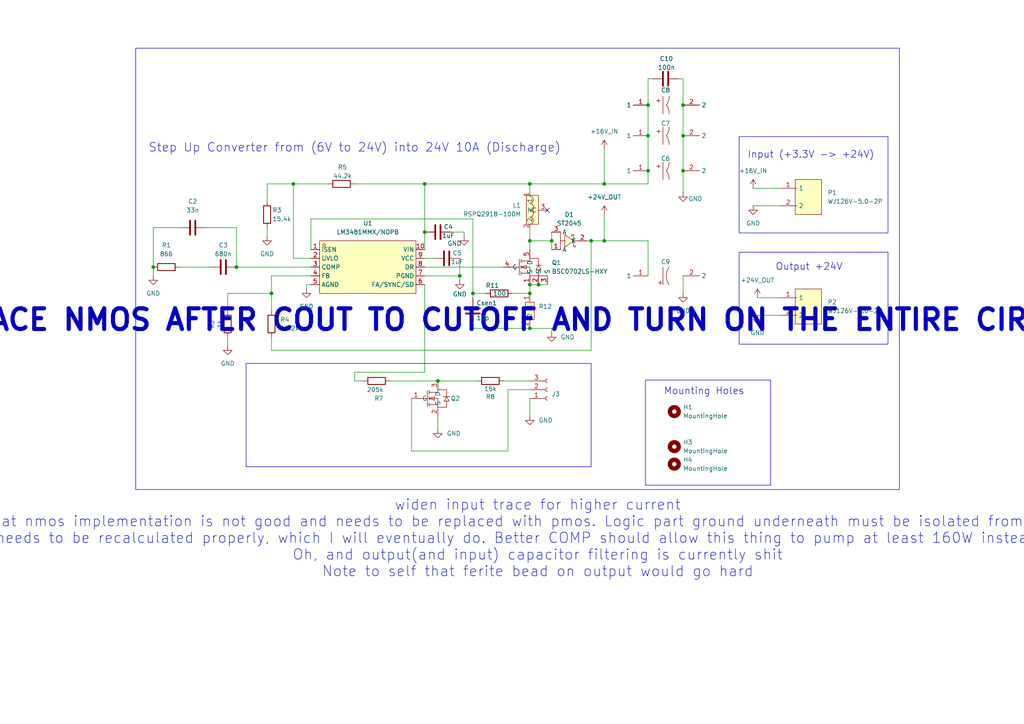
<source format=kicad_sch>
(kicad_sch
	(version 20231120)
	(generator "eeschema")
	(generator_version "8.0")
	(uuid "fb872757-5cf2-4224-9100-b8ca3ec1f3ca")
	(paper "A4")
	(lib_symbols
		(symbol "Connector:Conn_01x03_Socket"
			(pin_names
				(offset 1.016) hide)
			(exclude_from_sim no)
			(in_bom yes)
			(on_board yes)
			(property "Reference" "J"
				(at 0 5.08 0)
				(effects
					(font
						(size 1.27 1.27)
					)
				)
			)
			(property "Value" "Conn_01x03_Socket"
				(at 0 -5.08 0)
				(effects
					(font
						(size 1.27 1.27)
					)
				)
			)
			(property "Footprint" ""
				(at 0 0 0)
				(effects
					(font
						(size 1.27 1.27)
					)
					(hide yes)
				)
			)
			(property "Datasheet" "~"
				(at 0 0 0)
				(effects
					(font
						(size 1.27 1.27)
					)
					(hide yes)
				)
			)
			(property "Description" "Generic connector, single row, 01x03, script generated"
				(at 0 0 0)
				(effects
					(font
						(size 1.27 1.27)
					)
					(hide yes)
				)
			)
			(property "ki_locked" ""
				(at 0 0 0)
				(effects
					(font
						(size 1.27 1.27)
					)
				)
			)
			(property "ki_keywords" "connector"
				(at 0 0 0)
				(effects
					(font
						(size 1.27 1.27)
					)
					(hide yes)
				)
			)
			(property "ki_fp_filters" "Connector*:*_1x??_*"
				(at 0 0 0)
				(effects
					(font
						(size 1.27 1.27)
					)
					(hide yes)
				)
			)
			(symbol "Conn_01x03_Socket_1_1"
				(arc
					(start 0 -2.032)
					(mid -0.5058 -2.54)
					(end 0 -3.048)
					(stroke
						(width 0.1524)
						(type default)
					)
					(fill
						(type none)
					)
				)
				(polyline
					(pts
						(xy -1.27 -2.54) (xy -0.508 -2.54)
					)
					(stroke
						(width 0.1524)
						(type default)
					)
					(fill
						(type none)
					)
				)
				(polyline
					(pts
						(xy -1.27 0) (xy -0.508 0)
					)
					(stroke
						(width 0.1524)
						(type default)
					)
					(fill
						(type none)
					)
				)
				(polyline
					(pts
						(xy -1.27 2.54) (xy -0.508 2.54)
					)
					(stroke
						(width 0.1524)
						(type default)
					)
					(fill
						(type none)
					)
				)
				(arc
					(start 0 0.508)
					(mid -0.5058 0)
					(end 0 -0.508)
					(stroke
						(width 0.1524)
						(type default)
					)
					(fill
						(type none)
					)
				)
				(arc
					(start 0 3.048)
					(mid -0.5058 2.54)
					(end 0 2.032)
					(stroke
						(width 0.1524)
						(type default)
					)
					(fill
						(type none)
					)
				)
				(pin passive line
					(at -5.08 2.54 0)
					(length 3.81)
					(name "Pin_1"
						(effects
							(font
								(size 1.27 1.27)
							)
						)
					)
					(number "1"
						(effects
							(font
								(size 1.27 1.27)
							)
						)
					)
				)
				(pin passive line
					(at -5.08 0 0)
					(length 3.81)
					(name "Pin_2"
						(effects
							(font
								(size 1.27 1.27)
							)
						)
					)
					(number "2"
						(effects
							(font
								(size 1.27 1.27)
							)
						)
					)
				)
				(pin passive line
					(at -5.08 -2.54 0)
					(length 3.81)
					(name "Pin_3"
						(effects
							(font
								(size 1.27 1.27)
							)
						)
					)
					(number "3"
						(effects
							(font
								(size 1.27 1.27)
							)
						)
					)
				)
			)
		)
		(symbol "Device:C"
			(pin_numbers hide)
			(pin_names
				(offset 0.254)
			)
			(exclude_from_sim no)
			(in_bom yes)
			(on_board yes)
			(property "Reference" "C"
				(at 0.635 2.54 0)
				(effects
					(font
						(size 1.27 1.27)
					)
					(justify left)
				)
			)
			(property "Value" "C"
				(at 0.635 -2.54 0)
				(effects
					(font
						(size 1.27 1.27)
					)
					(justify left)
				)
			)
			(property "Footprint" ""
				(at 0.9652 -3.81 0)
				(effects
					(font
						(size 1.27 1.27)
					)
					(hide yes)
				)
			)
			(property "Datasheet" "~"
				(at 0 0 0)
				(effects
					(font
						(size 1.27 1.27)
					)
					(hide yes)
				)
			)
			(property "Description" "Unpolarized capacitor"
				(at 0 0 0)
				(effects
					(font
						(size 1.27 1.27)
					)
					(hide yes)
				)
			)
			(property "ki_keywords" "cap capacitor"
				(at 0 0 0)
				(effects
					(font
						(size 1.27 1.27)
					)
					(hide yes)
				)
			)
			(property "ki_fp_filters" "C_*"
				(at 0 0 0)
				(effects
					(font
						(size 1.27 1.27)
					)
					(hide yes)
				)
			)
			(symbol "C_0_1"
				(polyline
					(pts
						(xy -2.032 -0.762) (xy 2.032 -0.762)
					)
					(stroke
						(width 0.508)
						(type default)
					)
					(fill
						(type none)
					)
				)
				(polyline
					(pts
						(xy -2.032 0.762) (xy 2.032 0.762)
					)
					(stroke
						(width 0.508)
						(type default)
					)
					(fill
						(type none)
					)
				)
			)
			(symbol "C_1_1"
				(pin passive line
					(at 0 3.81 270)
					(length 2.794)
					(name "~"
						(effects
							(font
								(size 1.27 1.27)
							)
						)
					)
					(number "1"
						(effects
							(font
								(size 1.27 1.27)
							)
						)
					)
				)
				(pin passive line
					(at 0 -3.81 90)
					(length 2.794)
					(name "~"
						(effects
							(font
								(size 1.27 1.27)
							)
						)
					)
					(number "2"
						(effects
							(font
								(size 1.27 1.27)
							)
						)
					)
				)
			)
		)
		(symbol "Device:R"
			(pin_numbers hide)
			(pin_names
				(offset 0)
			)
			(exclude_from_sim no)
			(in_bom yes)
			(on_board yes)
			(property "Reference" "R"
				(at 2.032 0 90)
				(effects
					(font
						(size 1.27 1.27)
					)
				)
			)
			(property "Value" "R"
				(at 0 0 90)
				(effects
					(font
						(size 1.27 1.27)
					)
				)
			)
			(property "Footprint" ""
				(at -1.778 0 90)
				(effects
					(font
						(size 1.27 1.27)
					)
					(hide yes)
				)
			)
			(property "Datasheet" "~"
				(at 0 0 0)
				(effects
					(font
						(size 1.27 1.27)
					)
					(hide yes)
				)
			)
			(property "Description" "Resistor"
				(at 0 0 0)
				(effects
					(font
						(size 1.27 1.27)
					)
					(hide yes)
				)
			)
			(property "ki_keywords" "R res resistor"
				(at 0 0 0)
				(effects
					(font
						(size 1.27 1.27)
					)
					(hide yes)
				)
			)
			(property "ki_fp_filters" "R_*"
				(at 0 0 0)
				(effects
					(font
						(size 1.27 1.27)
					)
					(hide yes)
				)
			)
			(symbol "R_0_1"
				(rectangle
					(start -1.016 -2.54)
					(end 1.016 2.54)
					(stroke
						(width 0.254)
						(type default)
					)
					(fill
						(type none)
					)
				)
			)
			(symbol "R_1_1"
				(pin passive line
					(at 0 3.81 270)
					(length 1.27)
					(name "~"
						(effects
							(font
								(size 1.27 1.27)
							)
						)
					)
					(number "1"
						(effects
							(font
								(size 1.27 1.27)
							)
						)
					)
				)
				(pin passive line
					(at 0 -3.81 90)
					(length 1.27)
					(name "~"
						(effects
							(font
								(size 1.27 1.27)
							)
						)
					)
					(number "2"
						(effects
							(font
								(size 1.27 1.27)
							)
						)
					)
				)
			)
		)
		(symbol "Mechanical:MountingHole"
			(pin_names
				(offset 1.016)
			)
			(exclude_from_sim yes)
			(in_bom no)
			(on_board yes)
			(property "Reference" "H"
				(at 0 5.08 0)
				(effects
					(font
						(size 1.27 1.27)
					)
				)
			)
			(property "Value" "MountingHole"
				(at 0 3.175 0)
				(effects
					(font
						(size 1.27 1.27)
					)
				)
			)
			(property "Footprint" ""
				(at 0 0 0)
				(effects
					(font
						(size 1.27 1.27)
					)
					(hide yes)
				)
			)
			(property "Datasheet" "~"
				(at 0 0 0)
				(effects
					(font
						(size 1.27 1.27)
					)
					(hide yes)
				)
			)
			(property "Description" "Mounting Hole without connection"
				(at 0 0 0)
				(effects
					(font
						(size 1.27 1.27)
					)
					(hide yes)
				)
			)
			(property "ki_keywords" "mounting hole"
				(at 0 0 0)
				(effects
					(font
						(size 1.27 1.27)
					)
					(hide yes)
				)
			)
			(property "ki_fp_filters" "MountingHole*"
				(at 0 0 0)
				(effects
					(font
						(size 1.27 1.27)
					)
					(hide yes)
				)
			)
			(symbol "MountingHole_0_1"
				(circle
					(center 0 0)
					(radius 1.27)
					(stroke
						(width 1.27)
						(type default)
					)
					(fill
						(type none)
					)
				)
			)
		)
		(symbol "easyeda2kicad:2N7002K_C414015"
			(exclude_from_sim no)
			(in_bom yes)
			(on_board yes)
			(property "Reference" "Q"
				(at 0 10.16 0)
				(effects
					(font
						(size 1.27 1.27)
					)
				)
			)
			(property "Value" "2N7002K_C414015"
				(at 0 -10.16 0)
				(effects
					(font
						(size 1.27 1.27)
					)
				)
			)
			(property "Footprint" "easyeda2kicad:SOT-23-3_L2.9-W1.3-P1.90-LS2.4-BR"
				(at 0 -12.7 0)
				(effects
					(font
						(size 1.27 1.27)
					)
					(hide yes)
				)
			)
			(property "Datasheet" "https://lcsc.com/product-detail/New-Quadratic-Unclassified-Data_MDD-Microdiode-Electronics-2N7002K_C414015.html"
				(at 0 -15.24 0)
				(effects
					(font
						(size 1.27 1.27)
					)
					(hide yes)
				)
			)
			(property "Description" ""
				(at 0 0 0)
				(effects
					(font
						(size 1.27 1.27)
					)
					(hide yes)
				)
			)
			(property "LCSC Part" "C414015"
				(at 0 -17.78 0)
				(effects
					(font
						(size 1.27 1.27)
					)
					(hide yes)
				)
			)
			(symbol "2N7002K_C414015_0_1"
				(polyline
					(pts
						(xy -2.54 0) (xy -0.51 0)
					)
					(stroke
						(width 0)
						(type default)
					)
					(fill
						(type none)
					)
				)
				(polyline
					(pts
						(xy -0.51 2.29) (xy -0.51 -2.29)
					)
					(stroke
						(width 0)
						(type default)
					)
					(fill
						(type none)
					)
				)
				(polyline
					(pts
						(xy 0 -2.29) (xy 0 -1.27)
					)
					(stroke
						(width 0)
						(type default)
					)
					(fill
						(type none)
					)
				)
				(polyline
					(pts
						(xy 0 -0.51) (xy 0 0.51)
					)
					(stroke
						(width 0)
						(type default)
					)
					(fill
						(type none)
					)
				)
				(polyline
					(pts
						(xy 0 2.29) (xy 0 1.27)
					)
					(stroke
						(width 0)
						(type default)
					)
					(fill
						(type none)
					)
				)
				(polyline
					(pts
						(xy 2.54 -1.78) (xy 0 -1.78)
					)
					(stroke
						(width 0)
						(type default)
					)
					(fill
						(type none)
					)
				)
				(polyline
					(pts
						(xy 0 0) (xy 1.52 -0.51) (xy 1.52 0.51) (xy 0 0)
					)
					(stroke
						(width 0)
						(type default)
					)
					(fill
						(type background)
					)
				)
				(polyline
					(pts
						(xy 5.08 0.51) (xy 4.32 -0.76) (xy 5.84 -0.76) (xy 5.08 0.51)
					)
					(stroke
						(width 0)
						(type default)
					)
					(fill
						(type background)
					)
				)
				(polyline
					(pts
						(xy 6.1 0.51) (xy 5.59 0.51) (xy 4.57 0.51) (xy 4.06 0.51)
					)
					(stroke
						(width 0)
						(type default)
					)
					(fill
						(type none)
					)
				)
				(polyline
					(pts
						(xy 0 0) (xy 2.54 0) (xy 2.54 -2.54) (xy 5.08 -2.54) (xy 5.08 -0.76)
					)
					(stroke
						(width 0)
						(type default)
					)
					(fill
						(type none)
					)
				)
				(polyline
					(pts
						(xy 0 1.78) (xy 2.54 1.78) (xy 2.54 2.54) (xy 5.08 2.54) (xy 5.08 0.51)
					)
					(stroke
						(width 0)
						(type default)
					)
					(fill
						(type none)
					)
				)
				(pin unspecified line
					(at -5.08 0 0)
					(length 2.54)
					(name "G"
						(effects
							(font
								(size 1.27 1.27)
							)
						)
					)
					(number "1"
						(effects
							(font
								(size 1.27 1.27)
							)
						)
					)
				)
				(pin unspecified line
					(at 2.54 -5.08 90)
					(length 2.54)
					(name "S"
						(effects
							(font
								(size 1.27 1.27)
							)
						)
					)
					(number "2"
						(effects
							(font
								(size 1.27 1.27)
							)
						)
					)
				)
				(pin unspecified line
					(at 2.54 5.08 270)
					(length 2.54)
					(name "D"
						(effects
							(font
								(size 1.27 1.27)
							)
						)
					)
					(number "3"
						(effects
							(font
								(size 1.27 1.27)
							)
						)
					)
				)
			)
		)
		(symbol "easyeda2kicad:BSC0702LS-HXY"
			(exclude_from_sim no)
			(in_bom yes)
			(on_board yes)
			(property "Reference" "Q"
				(at 0 10.16 0)
				(effects
					(font
						(size 1.27 1.27)
					)
				)
			)
			(property "Value" "BSC0702LS-HXY"
				(at 0 -10.16 0)
				(effects
					(font
						(size 1.27 1.27)
					)
				)
			)
			(property "Footprint" "easyeda2kicad:TDSON-8_L5.9-W5.2-P1.27-BL"
				(at 0 -12.7 0)
				(effects
					(font
						(size 1.27 1.27)
					)
					(hide yes)
				)
			)
			(property "Datasheet" ""
				(at 0 0 0)
				(effects
					(font
						(size 1.27 1.27)
					)
					(hide yes)
				)
			)
			(property "Description" ""
				(at 0 0 0)
				(effects
					(font
						(size 1.27 1.27)
					)
					(hide yes)
				)
			)
			(property "LCSC Part" "C20606289"
				(at 0 -15.24 0)
				(effects
					(font
						(size 1.27 1.27)
					)
					(hide yes)
				)
			)
			(symbol "BSC0702LS-HXY_0_1"
				(polyline
					(pts
						(xy -3.05 0) (xy -6.1 0)
					)
					(stroke
						(width 0)
						(type default)
					)
					(fill
						(type none)
					)
				)
				(polyline
					(pts
						(xy -3.05 2.29) (xy -3.05 -2.29)
					)
					(stroke
						(width 0)
						(type default)
					)
					(fill
						(type none)
					)
				)
				(polyline
					(pts
						(xy -2.54 -2.29) (xy -2.54 -1.27)
					)
					(stroke
						(width 0)
						(type default)
					)
					(fill
						(type none)
					)
				)
				(polyline
					(pts
						(xy -2.54 -0.51) (xy -2.54 0.51)
					)
					(stroke
						(width 0)
						(type default)
					)
					(fill
						(type none)
					)
				)
				(polyline
					(pts
						(xy -2.54 2.29) (xy -2.54 1.27)
					)
					(stroke
						(width 0)
						(type default)
					)
					(fill
						(type none)
					)
				)
				(polyline
					(pts
						(xy 0 -1.78) (xy -2.54 -1.78)
					)
					(stroke
						(width 0)
						(type default)
					)
					(fill
						(type none)
					)
				)
				(polyline
					(pts
						(xy -2.54 0) (xy -1.02 -0.51) (xy -1.02 0.51) (xy -2.54 0)
					)
					(stroke
						(width 0)
						(type default)
					)
					(fill
						(type background)
					)
				)
				(polyline
					(pts
						(xy 2.54 0.51) (xy 1.78 -0.76) (xy 3.3 -0.76) (xy 2.54 0.51)
					)
					(stroke
						(width 0)
						(type default)
					)
					(fill
						(type background)
					)
				)
				(polyline
					(pts
						(xy 3.3 0.51) (xy 3.05 0.51) (xy 2.03 0.51) (xy 1.78 0.51)
					)
					(stroke
						(width 0)
						(type default)
					)
					(fill
						(type none)
					)
				)
				(polyline
					(pts
						(xy -2.54 1.78) (xy 0 1.78) (xy 0 2.54) (xy 2.54 2.54) (xy 2.54 0.51)
					)
					(stroke
						(width 0)
						(type default)
					)
					(fill
						(type none)
					)
				)
				(polyline
					(pts
						(xy -2.54 0) (xy 0 0) (xy 0 -2.54) (xy 5.08 -2.54) (xy 2.54 -2.54) (xy 2.54 -0.76)
					)
					(stroke
						(width 0)
						(type default)
					)
					(fill
						(type none)
					)
				)
				(pin unspecified line
					(at 0 -5.08 90)
					(length 2.54)
					(name "S"
						(effects
							(font
								(size 1.27 1.27)
							)
						)
					)
					(number "1"
						(effects
							(font
								(size 1.27 1.27)
							)
						)
					)
				)
				(pin unspecified line
					(at 2.54 -5.08 90)
					(length 2.54)
					(name "S"
						(effects
							(font
								(size 1.27 1.27)
							)
						)
					)
					(number "2"
						(effects
							(font
								(size 1.27 1.27)
							)
						)
					)
				)
				(pin unspecified line
					(at 5.08 -5.08 90)
					(length 2.54)
					(name "S"
						(effects
							(font
								(size 1.27 1.27)
							)
						)
					)
					(number "3"
						(effects
							(font
								(size 1.27 1.27)
							)
						)
					)
				)
				(pin unspecified line
					(at -7.62 0 0)
					(length 2.032)
					(name "G"
						(effects
							(font
								(size 1.27 1.27)
							)
						)
					)
					(number "4"
						(effects
							(font
								(size 1.27 1.27)
							)
						)
					)
				)
				(pin unspecified line
					(at 0 5.08 270)
					(length 2.54)
					(name "D"
						(effects
							(font
								(size 1.27 1.27)
							)
						)
					)
					(number "5"
						(effects
							(font
								(size 1.27 1.27)
							)
						)
					)
				)
			)
		)
		(symbol "easyeda2kicad:FRM252WFR0025TN"
			(exclude_from_sim no)
			(in_bom yes)
			(on_board yes)
			(property "Reference" "R"
				(at 0 5.08 0)
				(effects
					(font
						(size 1.27 1.27)
					)
				)
			)
			(property "Value" "FRM252WFR0025TN"
				(at 0 -5.08 0)
				(effects
					(font
						(size 1.27 1.27)
					)
				)
			)
			(property "Footprint" "easyeda2kicad:R2512"
				(at 0 -7.62 0)
				(effects
					(font
						(size 1.27 1.27)
					)
					(hide yes)
				)
			)
			(property "Datasheet" ""
				(at 0 0 0)
				(effects
					(font
						(size 1.27 1.27)
					)
					(hide yes)
				)
			)
			(property "Description" ""
				(at 0 0 0)
				(effects
					(font
						(size 1.27 1.27)
					)
					(hide yes)
				)
			)
			(property "LCSC Part" "C7420002"
				(at 0 -10.16 0)
				(effects
					(font
						(size 1.27 1.27)
					)
					(hide yes)
				)
			)
			(symbol "FRM252WFR0025TN_0_1"
				(rectangle
					(start -2.54 1.27)
					(end 2.54 -1.27)
					(stroke
						(width 0)
						(type default)
					)
					(fill
						(type background)
					)
				)
				(pin unspecified line
					(at -5.08 0 0)
					(length 2.54)
					(name "1"
						(effects
							(font
								(size 1.27 1.27)
							)
						)
					)
					(number "1"
						(effects
							(font
								(size 1.27 1.27)
							)
						)
					)
				)
				(pin unspecified line
					(at 5.08 0 180)
					(length 2.54)
					(name "2"
						(effects
							(font
								(size 1.27 1.27)
							)
						)
					)
					(number "2"
						(effects
							(font
								(size 1.27 1.27)
							)
						)
					)
				)
			)
		)
		(symbol "easyeda2kicad:HV1H227M1010PZ"
			(exclude_from_sim no)
			(in_bom yes)
			(on_board yes)
			(property "Reference" "C"
				(at 0 5.08 0)
				(effects
					(font
						(size 1.27 1.27)
					)
				)
			)
			(property "Value" "HV1H227M1010PZ"
				(at 0 -5.08 0)
				(effects
					(font
						(size 1.27 1.27)
					)
				)
			)
			(property "Footprint" "easyeda2kicad:CAP-SMD_BD10.0-L10.3-W10.3-LS11.3-FD"
				(at 0 -7.62 0)
				(effects
					(font
						(size 1.27 1.27)
					)
					(hide yes)
				)
			)
			(property "Datasheet" ""
				(at 0 0 0)
				(effects
					(font
						(size 1.27 1.27)
					)
					(hide yes)
				)
			)
			(property "Description" ""
				(at 0 0 0)
				(effects
					(font
						(size 1.27 1.27)
					)
					(hide yes)
				)
			)
			(property "LCSC Part" "C5246564"
				(at 0 -10.16 0)
				(effects
					(font
						(size 1.27 1.27)
					)
					(hide yes)
				)
			)
			(symbol "HV1H227M1010PZ_0_1"
				(rectangle
					(start -2.54 1.27)
					(end -1.52 1.27)
					(stroke
						(width 0)
						(type default)
					)
					(fill
						(type background)
					)
				)
				(rectangle
					(start -2.03 1.78)
					(end -2.03 0.76)
					(stroke
						(width 0)
						(type default)
					)
					(fill
						(type background)
					)
				)
				(polyline
					(pts
						(xy -0.76 2.54) (xy -0.76 -2.54)
					)
					(stroke
						(width 0)
						(type default)
					)
					(fill
						(type none)
					)
				)
				(arc
					(start 0.25 0)
					(mid 0.8442 1.2066)
					(end 1.02 2.54)
					(stroke
						(width 0)
						(type default)
					)
					(fill
						(type none)
					)
				)
				(arc
					(start 1.02 -2.54)
					(mid 0.8471 -1.2057)
					(end 0.25 0)
					(stroke
						(width 0)
						(type default)
					)
					(fill
						(type none)
					)
				)
				(pin unspecified line
					(at -5.08 0 180)
					(length 4.318)
					(name "1"
						(effects
							(font
								(size 1.27 1.27)
							)
						)
					)
					(number "1"
						(effects
							(font
								(size 1.27 1.27)
							)
						)
					)
				)
				(pin unspecified line
					(at 5.08 0 0)
					(length 4.826)
					(name "2"
						(effects
							(font
								(size 1.27 1.27)
							)
						)
					)
					(number "2"
						(effects
							(font
								(size 1.27 1.27)
							)
						)
					)
				)
			)
		)
		(symbol "easyeda2kicad:LM3481MMX_NOPB"
			(exclude_from_sim no)
			(in_bom yes)
			(on_board yes)
			(property "Reference" "U"
				(at 0 10.16 0)
				(effects
					(font
						(size 1.27 1.27)
					)
				)
			)
			(property "Value" "LM3481MMX/NOPB"
				(at 0 -10.16 0)
				(effects
					(font
						(size 1.27 1.27)
					)
				)
			)
			(property "Footprint" "easyeda2kicad:VSSOP-10_L3.0-W3.0-P0.50-LS4.9-BL"
				(at 0 -12.7 0)
				(effects
					(font
						(size 1.27 1.27)
					)
					(hide yes)
				)
			)
			(property "Datasheet" "https://lcsc.com/product-detail/DC-DC-Converters_Texas-Instruments-Texas-Instruments-LM3481MMX-NOPB_C543002.html"
				(at 0 -15.24 0)
				(effects
					(font
						(size 1.27 1.27)
					)
					(hide yes)
				)
			)
			(property "Description" ""
				(at 0 0 0)
				(effects
					(font
						(size 1.27 1.27)
					)
					(hide yes)
				)
			)
			(property "LCSC Part" "C543002"
				(at 0 -17.78 0)
				(effects
					(font
						(size 1.27 1.27)
					)
					(hide yes)
				)
			)
			(symbol "LM3481MMX_NOPB_0_1"
				(rectangle
					(start -13.97 7.62)
					(end 13.97 -7.62)
					(stroke
						(width 0)
						(type default)
					)
					(fill
						(type background)
					)
				)
				(circle
					(center -12.7 6.35)
					(radius 0.38)
					(stroke
						(width 0)
						(type default)
					)
					(fill
						(type none)
					)
				)
				(pin unspecified line
					(at -16.51 5.08 0)
					(length 2.54)
					(name "ISEN"
						(effects
							(font
								(size 1.27 1.27)
							)
						)
					)
					(number "1"
						(effects
							(font
								(size 1.27 1.27)
							)
						)
					)
				)
				(pin unspecified line
					(at 16.51 5.08 180)
					(length 2.54)
					(name "VIN"
						(effects
							(font
								(size 1.27 1.27)
							)
						)
					)
					(number "10"
						(effects
							(font
								(size 1.27 1.27)
							)
						)
					)
				)
				(pin unspecified line
					(at -16.51 2.54 0)
					(length 2.54)
					(name "UVLO"
						(effects
							(font
								(size 1.27 1.27)
							)
						)
					)
					(number "2"
						(effects
							(font
								(size 1.27 1.27)
							)
						)
					)
				)
				(pin unspecified line
					(at -16.51 0 0)
					(length 2.54)
					(name "COMP"
						(effects
							(font
								(size 1.27 1.27)
							)
						)
					)
					(number "3"
						(effects
							(font
								(size 1.27 1.27)
							)
						)
					)
				)
				(pin unspecified line
					(at -16.51 -2.54 0)
					(length 2.54)
					(name "FB"
						(effects
							(font
								(size 1.27 1.27)
							)
						)
					)
					(number "4"
						(effects
							(font
								(size 1.27 1.27)
							)
						)
					)
				)
				(pin unspecified line
					(at -16.51 -5.08 0)
					(length 2.54)
					(name "AGND"
						(effects
							(font
								(size 1.27 1.27)
							)
						)
					)
					(number "5"
						(effects
							(font
								(size 1.27 1.27)
							)
						)
					)
				)
				(pin unspecified line
					(at 16.51 -5.08 180)
					(length 2.54)
					(name "FA/SYNC/SD"
						(effects
							(font
								(size 1.27 1.27)
							)
						)
					)
					(number "6"
						(effects
							(font
								(size 1.27 1.27)
							)
						)
					)
				)
				(pin unspecified line
					(at 16.51 -2.54 180)
					(length 2.54)
					(name "PGND"
						(effects
							(font
								(size 1.27 1.27)
							)
						)
					)
					(number "7"
						(effects
							(font
								(size 1.27 1.27)
							)
						)
					)
				)
				(pin unspecified line
					(at 16.51 0 180)
					(length 2.54)
					(name "DR"
						(effects
							(font
								(size 1.27 1.27)
							)
						)
					)
					(number "8"
						(effects
							(font
								(size 1.27 1.27)
							)
						)
					)
				)
				(pin unspecified line
					(at 16.51 2.54 180)
					(length 2.54)
					(name "VCC"
						(effects
							(font
								(size 1.27 1.27)
							)
						)
					)
					(number "9"
						(effects
							(font
								(size 1.27 1.27)
							)
						)
					)
				)
			)
		)
		(symbol "easyeda2kicad:OVZ121M1V1013-TRO"
			(exclude_from_sim no)
			(in_bom yes)
			(on_board yes)
			(property "Reference" "C"
				(at 0 10.16 0)
				(effects
					(font
						(size 1.27 1.27)
					)
				)
			)
			(property "Value" "OVZ121M1V1013-TRO"
				(at 0 -10.16 0)
				(effects
					(font
						(size 1.27 1.27)
					)
				)
			)
			(property "Footprint" "easyeda2kicad:CAP-SMD_BD10.0-L10.4-W10.4-LS11.0-FD"
				(at 0 -12.7 0)
				(effects
					(font
						(size 1.27 1.27)
					)
					(hide yes)
				)
			)
			(property "Datasheet" "https://lcsc.com/product-detail/Solid-Polymer-Electrolytic-Capacitor_Lelon-OVZ121M1V1013-TRO_C250089.html"
				(at 0 -15.24 0)
				(effects
					(font
						(size 1.27 1.27)
					)
					(hide yes)
				)
			)
			(property "Description" ""
				(at 0 0 0)
				(effects
					(font
						(size 1.27 1.27)
					)
					(hide yes)
				)
			)
			(property "LCSC Part" "C250089"
				(at 0 -17.78 0)
				(effects
					(font
						(size 1.27 1.27)
					)
					(hide yes)
				)
			)
			(symbol "OVZ121M1V1013-TRO_0_1"
				(rectangle
					(start -2.54 1.52)
					(end -1.52 1.52)
					(stroke
						(width 0)
						(type default)
					)
					(fill
						(type background)
					)
				)
				(rectangle
					(start -2.03 2.03)
					(end -2.03 1.02)
					(stroke
						(width 0)
						(type default)
					)
					(fill
						(type background)
					)
				)
				(arc
					(start 0 -0.25)
					(mid -1.3336 -0.4253)
					(end -2.54 -1.02)
					(stroke
						(width 0)
						(type default)
					)
					(fill
						(type none)
					)
				)
				(polyline
					(pts
						(xy -2.54 0.76) (xy 2.54 0.76)
					)
					(stroke
						(width 0)
						(type default)
					)
					(fill
						(type none)
					)
				)
				(arc
					(start 2.54 -1.02)
					(mid 1.334 -0.4238)
					(end 0 -0.25)
					(stroke
						(width 0)
						(type default)
					)
					(fill
						(type none)
					)
				)
				(pin unspecified line
					(at 0 5.08 90)
					(length 4.318)
					(name "1"
						(effects
							(font
								(size 1.27 1.27)
							)
						)
					)
					(number "1"
						(effects
							(font
								(size 1.27 1.27)
							)
						)
					)
				)
				(pin unspecified line
					(at 0 -5.08 270)
					(length 4.826)
					(name "2"
						(effects
							(font
								(size 1.27 1.27)
							)
						)
					)
					(number "2"
						(effects
							(font
								(size 1.27 1.27)
							)
						)
					)
				)
			)
		)
		(symbol "easyeda2kicad:RSPQ2918-100M"
			(exclude_from_sim no)
			(in_bom yes)
			(on_board yes)
			(property "Reference" "L"
				(at 0 10.16 0)
				(effects
					(font
						(size 1.27 1.27)
					)
				)
			)
			(property "Value" "RSPQ2918-100M"
				(at 0 -5.08 0)
				(effects
					(font
						(size 1.27 1.27)
					)
				)
			)
			(property "Footprint" "easyeda2kicad:IND-SMD_3P-L27.9-W19.7-P10.43-LS27.9-BL-A"
				(at 0 -7.62 0)
				(effects
					(font
						(size 1.27 1.27)
					)
					(hide yes)
				)
			)
			(property "Datasheet" ""
				(at 0 0 0)
				(effects
					(font
						(size 1.27 1.27)
					)
					(hide yes)
				)
			)
			(property "Description" ""
				(at 0 0 0)
				(effects
					(font
						(size 1.27 1.27)
					)
					(hide yes)
				)
			)
			(property "LCSC Part" "C32712982"
				(at 0 -10.16 0)
				(effects
					(font
						(size 1.27 1.27)
					)
					(hide yes)
				)
			)
			(symbol "RSPQ2918-100M_0_1"
				(rectangle
					(start -4.32 2.54)
					(end 4.06 -1.02)
					(stroke
						(width 0)
						(type default)
					)
					(fill
						(type background)
					)
				)
				(arc
					(start -2.03 0.01)
					(mid -3.055 1.013)
					(end -4.06 -0.01)
					(stroke
						(width 0)
						(type default)
					)
					(fill
						(type none)
					)
				)
				(arc
					(start 0 0.01)
					(mid -1.025 1.013)
					(end -2.03 -0.01)
					(stroke
						(width 0)
						(type default)
					)
					(fill
						(type none)
					)
				)
				(arc
					(start 2.03 0.01)
					(mid 1.005 1.013)
					(end 0 -0.01)
					(stroke
						(width 0)
						(type default)
					)
					(fill
						(type none)
					)
				)
				(arc
					(start 4.06 0.01)
					(mid 3.035 1.013)
					(end 2.03 -0.01)
					(stroke
						(width 0)
						(type default)
					)
					(fill
						(type none)
					)
				)
				(pin unspecified line
					(at -5.08 0 0)
					(length 1.016)
					(name "1"
						(effects
							(font
								(size 1.27 1.27)
							)
						)
					)
					(number "1"
						(effects
							(font
								(size 1.27 1.27)
							)
						)
					)
				)
				(pin unspecified line
					(at 5.08 0 180)
					(length 1.016)
					(name "2"
						(effects
							(font
								(size 1.27 1.27)
							)
						)
					)
					(number "2"
						(effects
							(font
								(size 1.27 1.27)
							)
						)
					)
				)
				(pin unspecified line
					(at 0 5.08 270)
					(length 2.54)
					(name "NC"
						(effects
							(font
								(size 1.27 1.27)
							)
						)
					)
					(number "3"
						(effects
							(font
								(size 1.27 1.27)
							)
						)
					)
				)
			)
		)
		(symbol "easyeda2kicad:ST2045"
			(exclude_from_sim no)
			(in_bom yes)
			(on_board yes)
			(property "Reference" "D"
				(at 0 7.62 0)
				(effects
					(font
						(size 1.27 1.27)
					)
				)
			)
			(property "Value" "ST2045"
				(at 0 -7.62 0)
				(effects
					(font
						(size 1.27 1.27)
					)
				)
			)
			(property "Footprint" "easyeda2kicad:TO-277_3P-L5.4-W4.0-LS6.5-BR"
				(at 0 -10.16 0)
				(effects
					(font
						(size 1.27 1.27)
					)
					(hide yes)
				)
			)
			(property "Datasheet" "https://lcsc.com/product-detail/Schottky-Barrier-Diodes-SBD_MDD-Microdiode-Electronics-ST2045_C840773.html"
				(at 0 -12.7 0)
				(effects
					(font
						(size 1.27 1.27)
					)
					(hide yes)
				)
			)
			(property "Description" ""
				(at 0 0 0)
				(effects
					(font
						(size 1.27 1.27)
					)
					(hide yes)
				)
			)
			(property "LCSC Part" "C840773"
				(at 0 -15.24 0)
				(effects
					(font
						(size 1.27 1.27)
					)
					(hide yes)
				)
			)
			(symbol "ST2045_0_1"
				(polyline
					(pts
						(xy -1.27 0) (xy -2.54 0)
					)
					(stroke
						(width 0)
						(type default)
					)
					(fill
						(type none)
					)
				)
				(polyline
					(pts
						(xy 2.54 0) (xy 2.54 -2.54)
					)
					(stroke
						(width 0)
						(type default)
					)
					(fill
						(type none)
					)
				)
				(polyline
					(pts
						(xy 2.54 2.54) (xy 2.54 0) (xy 1.27 0)
					)
					(stroke
						(width 0)
						(type default)
					)
					(fill
						(type none)
					)
				)
				(polyline
					(pts
						(xy 1.27 1.78) (xy -1.27 0) (xy 1.27 -1.78) (xy 1.27 1.78)
					)
					(stroke
						(width 0)
						(type default)
					)
					(fill
						(type background)
					)
				)
				(polyline
					(pts
						(xy -1.78 1.27) (xy -1.78 1.78) (xy -1.27 1.78) (xy -1.27 -1.78) (xy -0.76 -1.78) (xy -0.76 -1.27)
					)
					(stroke
						(width 0)
						(type default)
					)
					(fill
						(type none)
					)
				)
				(pin unspecified line
					(at 5.08 2.54 180)
					(length 2.54)
					(name "A"
						(effects
							(font
								(size 1.27 1.27)
							)
						)
					)
					(number "1"
						(effects
							(font
								(size 1.27 1.27)
							)
						)
					)
				)
				(pin unspecified line
					(at -5.08 0 0)
					(length 2.54)
					(name "K"
						(effects
							(font
								(size 1.27 1.27)
							)
						)
					)
					(number "2"
						(effects
							(font
								(size 1.27 1.27)
							)
						)
					)
				)
				(pin unspecified line
					(at 5.08 -2.54 180)
					(length 2.54)
					(name "A"
						(effects
							(font
								(size 1.27 1.27)
							)
						)
					)
					(number "3"
						(effects
							(font
								(size 1.27 1.27)
							)
						)
					)
				)
			)
		)
		(symbol "easyeda2kicad:WJ126V-5.0-2P"
			(exclude_from_sim no)
			(in_bom yes)
			(on_board yes)
			(property "Reference" "P"
				(at 0 7.62 0)
				(effects
					(font
						(size 1.27 1.27)
					)
				)
			)
			(property "Value" "WJ126V-5.0-2P"
				(at 0 -7.62 0)
				(effects
					(font
						(size 1.27 1.27)
					)
				)
			)
			(property "Footprint" "easyeda2kicad:CONN-TH_WJ126V-5.0-2P"
				(at 0 -10.16 0)
				(effects
					(font
						(size 1.27 1.27)
					)
					(hide yes)
				)
			)
			(property "Datasheet" "https://lcsc.com/product-detail/Terminal-Blocks_WJ126V-5-0-2P_C8404.html"
				(at 0 -12.7 0)
				(effects
					(font
						(size 1.27 1.27)
					)
					(hide yes)
				)
			)
			(property "Description" ""
				(at 0 0 0)
				(effects
					(font
						(size 1.27 1.27)
					)
					(hide yes)
				)
			)
			(property "LCSC Part" "C8404"
				(at 0 -15.24 0)
				(effects
					(font
						(size 1.27 1.27)
					)
					(hide yes)
				)
			)
			(symbol "WJ126V-5.0-2P_0_1"
				(rectangle
					(start -7.11 5.08)
					(end 0.51 -5.08)
					(stroke
						(width 0)
						(type default)
					)
					(fill
						(type background)
					)
				)
				(pin input line
					(at 5.08 2.54 180)
					(length 5.08)
					(name "1"
						(effects
							(font
								(size 1.27 1.27)
							)
						)
					)
					(number "1"
						(effects
							(font
								(size 1.27 1.27)
							)
						)
					)
				)
				(pin input line
					(at 5.08 -2.54 180)
					(length 5.08)
					(name "2"
						(effects
							(font
								(size 1.27 1.27)
							)
						)
					)
					(number "2"
						(effects
							(font
								(size 1.27 1.27)
							)
						)
					)
				)
			)
		)
		(symbol "power:+24V"
			(power)
			(pin_numbers hide)
			(pin_names
				(offset 0) hide)
			(exclude_from_sim no)
			(in_bom yes)
			(on_board yes)
			(property "Reference" "#PWR"
				(at 0 -3.81 0)
				(effects
					(font
						(size 1.27 1.27)
					)
					(hide yes)
				)
			)
			(property "Value" "+24V"
				(at 0 3.556 0)
				(effects
					(font
						(size 1.27 1.27)
					)
				)
			)
			(property "Footprint" ""
				(at 0 0 0)
				(effects
					(font
						(size 1.27 1.27)
					)
					(hide yes)
				)
			)
			(property "Datasheet" ""
				(at 0 0 0)
				(effects
					(font
						(size 1.27 1.27)
					)
					(hide yes)
				)
			)
			(property "Description" "Power symbol creates a global label with name \"+24V\""
				(at 0 0 0)
				(effects
					(font
						(size 1.27 1.27)
					)
					(hide yes)
				)
			)
			(property "ki_keywords" "global power"
				(at 0 0 0)
				(effects
					(font
						(size 1.27 1.27)
					)
					(hide yes)
				)
			)
			(symbol "+24V_0_1"
				(polyline
					(pts
						(xy -0.762 1.27) (xy 0 2.54)
					)
					(stroke
						(width 0)
						(type default)
					)
					(fill
						(type none)
					)
				)
				(polyline
					(pts
						(xy 0 0) (xy 0 2.54)
					)
					(stroke
						(width 0)
						(type default)
					)
					(fill
						(type none)
					)
				)
				(polyline
					(pts
						(xy 0 2.54) (xy 0.762 1.27)
					)
					(stroke
						(width 0)
						(type default)
					)
					(fill
						(type none)
					)
				)
			)
			(symbol "+24V_1_1"
				(pin power_in line
					(at 0 0 90)
					(length 0)
					(name "~"
						(effects
							(font
								(size 1.27 1.27)
							)
						)
					)
					(number "1"
						(effects
							(font
								(size 1.27 1.27)
							)
						)
					)
				)
			)
		)
		(symbol "power:GND"
			(power)
			(pin_numbers hide)
			(pin_names
				(offset 0) hide)
			(exclude_from_sim no)
			(in_bom yes)
			(on_board yes)
			(property "Reference" "#PWR"
				(at 0 -6.35 0)
				(effects
					(font
						(size 1.27 1.27)
					)
					(hide yes)
				)
			)
			(property "Value" "GND"
				(at 0 -3.81 0)
				(effects
					(font
						(size 1.27 1.27)
					)
				)
			)
			(property "Footprint" ""
				(at 0 0 0)
				(effects
					(font
						(size 1.27 1.27)
					)
					(hide yes)
				)
			)
			(property "Datasheet" ""
				(at 0 0 0)
				(effects
					(font
						(size 1.27 1.27)
					)
					(hide yes)
				)
			)
			(property "Description" "Power symbol creates a global label with name \"GND\" , ground"
				(at 0 0 0)
				(effects
					(font
						(size 1.27 1.27)
					)
					(hide yes)
				)
			)
			(property "ki_keywords" "global power"
				(at 0 0 0)
				(effects
					(font
						(size 1.27 1.27)
					)
					(hide yes)
				)
			)
			(symbol "GND_0_1"
				(polyline
					(pts
						(xy 0 0) (xy 0 -1.27) (xy 1.27 -1.27) (xy 0 -2.54) (xy -1.27 -1.27) (xy 0 -1.27)
					)
					(stroke
						(width 0)
						(type default)
					)
					(fill
						(type none)
					)
				)
			)
			(symbol "GND_1_1"
				(pin power_in line
					(at 0 0 270)
					(length 0)
					(name "~"
						(effects
							(font
								(size 1.27 1.27)
							)
						)
					)
					(number "1"
						(effects
							(font
								(size 1.27 1.27)
							)
						)
					)
				)
			)
		)
	)
	(junction
		(at 123.19 67.31)
		(diameter 0)
		(color 0 0 0 0)
		(uuid "0a55773e-dd0d-4e73-90db-fd79f5888834")
	)
	(junction
		(at 153.67 82.55)
		(diameter 0)
		(color 0 0 0 0)
		(uuid "0f97a61d-3785-405d-8005-eae20e31ab86")
	)
	(junction
		(at 171.45 69.85)
		(diameter 0)
		(color 0 0 0 0)
		(uuid "26bc1da1-77ba-441f-ac9a-51632a58971d")
	)
	(junction
		(at 123.19 53.34)
		(diameter 0)
		(color 0 0 0 0)
		(uuid "363da9d1-56b7-41d3-8027-7dd4388c1fe7")
	)
	(junction
		(at 127 110.49)
		(diameter 0)
		(color 0 0 0 0)
		(uuid "43b4c376-c7b1-4f10-988a-6769cdfb4d3c")
	)
	(junction
		(at 198.12 30.48)
		(diameter 0)
		(color 0 0 0 0)
		(uuid "44d2f554-4d73-4e17-8946-27e3f8ec6388")
	)
	(junction
		(at 78.74 85.09)
		(diameter 0)
		(color 0 0 0 0)
		(uuid "4dce5f7f-7a84-458d-9608-e163e297ba36")
	)
	(junction
		(at 133.35 80.01)
		(diameter 0)
		(color 0 0 0 0)
		(uuid "55954b9e-2101-417e-948e-2e9a203392c3")
	)
	(junction
		(at 44.45 77.47)
		(diameter 0)
		(color 0 0 0 0)
		(uuid "5ace3ff4-c557-4b16-9bc4-28f315716d3a")
	)
	(junction
		(at 137.16 85.09)
		(diameter 0)
		(color 0 0 0 0)
		(uuid "5d1b6fae-485d-4a4b-a7db-ec56bca47878")
	)
	(junction
		(at 187.96 39.37)
		(diameter 0)
		(color 0 0 0 0)
		(uuid "6b3b9a57-2739-40b8-b881-6fdab51bde87")
	)
	(junction
		(at 187.96 30.48)
		(diameter 0)
		(color 0 0 0 0)
		(uuid "7b09a3ef-39bf-4260-8734-00f8184dcd72")
	)
	(junction
		(at 198.12 49.53)
		(diameter 0)
		(color 0 0 0 0)
		(uuid "82f75cd3-7ec2-4b21-94b7-bd032d6730b1")
	)
	(junction
		(at 198.12 39.37)
		(diameter 0)
		(color 0 0 0 0)
		(uuid "99d61518-24e2-4f56-b78b-70eb6b4860cc")
	)
	(junction
		(at 153.67 69.85)
		(diameter 0)
		(color 0 0 0 0)
		(uuid "9a4ff43e-5f32-4883-8f6f-674b2009388f")
	)
	(junction
		(at 187.96 49.53)
		(diameter 0)
		(color 0 0 0 0)
		(uuid "9e01dd4e-7773-4ec0-96d6-54ac16405100")
	)
	(junction
		(at 153.67 95.25)
		(diameter 0)
		(color 0 0 0 0)
		(uuid "a6abd384-859d-4d19-8fdf-bed04fdf0534")
	)
	(junction
		(at 153.67 85.09)
		(diameter 0)
		(color 0 0 0 0)
		(uuid "addbce87-8978-4df5-abff-9eb87c1a4842")
	)
	(junction
		(at 156.21 82.55)
		(diameter 0)
		(color 0 0 0 0)
		(uuid "b44baa22-6b0b-450b-add8-e355b5737b48")
	)
	(junction
		(at 175.26 53.34)
		(diameter 0)
		(color 0 0 0 0)
		(uuid "ce718be1-760d-43b0-8a41-b73d8eb66cb8")
	)
	(junction
		(at 153.67 53.34)
		(diameter 0)
		(color 0 0 0 0)
		(uuid "d0bda3a9-6d51-4dca-82fa-68f380c8a05c")
	)
	(junction
		(at 85.09 53.34)
		(diameter 0)
		(color 0 0 0 0)
		(uuid "d9fd94fb-5ab7-47b4-aa67-92e700146fc6")
	)
	(junction
		(at 160.02 69.85)
		(diameter 0)
		(color 0 0 0 0)
		(uuid "e200e1d3-eed7-4f4e-85f8-b893f24a2d98")
	)
	(junction
		(at 175.26 69.85)
		(diameter 0)
		(color 0 0 0 0)
		(uuid "e4b5c598-02df-42c1-a8a2-8b364edcc7bf")
	)
	(junction
		(at 68.58 77.47)
		(diameter 0)
		(color 0 0 0 0)
		(uuid "ede97383-aac3-48e7-b570-4e4804ea32f7")
	)
	(no_connect
		(at 158.75 60.96)
		(uuid "58da1ced-4bba-431a-bdd2-3299c809126d")
	)
	(wire
		(pts
			(xy 90.17 63.5) (xy 137.16 63.5)
		)
		(stroke
			(width 0)
			(type default)
		)
		(uuid "00ed8beb-de83-461a-b303-98ca1af554db")
	)
	(wire
		(pts
			(xy 85.09 53.34) (xy 77.47 53.34)
		)
		(stroke
			(width 0)
			(type default)
		)
		(uuid "01293448-cd93-4d22-9802-3241d3dbb488")
	)
	(wire
		(pts
			(xy 153.67 82.55) (xy 153.67 85.09)
		)
		(stroke
			(width 0)
			(type default)
		)
		(uuid "02989338-c8ed-4c40-bbe2-82b3bbf8f860")
	)
	(wire
		(pts
			(xy 147.32 113.03) (xy 153.67 113.03)
		)
		(stroke
			(width 0)
			(type default)
		)
		(uuid "038d9871-99ba-410f-a1f5-813de359a502")
	)
	(wire
		(pts
			(xy 196.85 22.86) (xy 198.12 22.86)
		)
		(stroke
			(width 0)
			(type default)
		)
		(uuid "07fe5850-a96b-4c6d-af9d-88e7974d4b04")
	)
	(wire
		(pts
			(xy 198.12 30.48) (xy 198.12 39.37)
		)
		(stroke
			(width 0)
			(type default)
		)
		(uuid "089f84c0-e296-4333-8ca5-84ef8f30e9d3")
	)
	(wire
		(pts
			(xy 198.12 80.01) (xy 198.12 85.09)
		)
		(stroke
			(width 0)
			(type default)
		)
		(uuid "11a83a6f-a3b3-4600-b4b7-d2be91c994f7")
	)
	(wire
		(pts
			(xy 198.12 39.37) (xy 198.12 49.53)
		)
		(stroke
			(width 0)
			(type default)
		)
		(uuid "13c8a814-5933-450f-8bad-264aec5d7231")
	)
	(wire
		(pts
			(xy 219.71 91.44) (xy 226.06 91.44)
		)
		(stroke
			(width 0)
			(type default)
		)
		(uuid "1575153e-f673-4595-9667-327d3f37f65f")
	)
	(wire
		(pts
			(xy 66.04 97.79) (xy 66.04 100.33)
		)
		(stroke
			(width 0)
			(type default)
		)
		(uuid "16b86e84-227e-4946-8294-18f91d8b150d")
	)
	(wire
		(pts
			(xy 198.12 22.86) (xy 198.12 30.48)
		)
		(stroke
			(width 0)
			(type default)
		)
		(uuid "1b699b06-f7f1-438c-a927-ca45531db000")
	)
	(wire
		(pts
			(xy 119.38 115.57) (xy 119.38 130.81)
		)
		(stroke
			(width 0)
			(type default)
		)
		(uuid "287eb9b2-be41-4df5-9ecb-0b43d8255aec")
	)
	(wire
		(pts
			(xy 153.67 66.04) (xy 153.67 69.85)
		)
		(stroke
			(width 0)
			(type default)
		)
		(uuid "2f8df282-ac92-4349-9a83-bb1b783c8a24")
	)
	(wire
		(pts
			(xy 147.32 130.81) (xy 147.32 113.03)
		)
		(stroke
			(width 0)
			(type default)
		)
		(uuid "37000a39-b9a8-4af5-b562-58e8595114b6")
	)
	(wire
		(pts
			(xy 187.96 80.01) (xy 187.96 69.85)
		)
		(stroke
			(width 0)
			(type default)
		)
		(uuid "3985c7e1-593a-41a3-9360-c45f3af0a628")
	)
	(wire
		(pts
			(xy 160.02 67.31) (xy 160.02 69.85)
		)
		(stroke
			(width 0)
			(type default)
		)
		(uuid "3c4674a2-3445-4528-99e6-8ce171fb5fe8")
	)
	(wire
		(pts
			(xy 137.16 86.36) (xy 137.16 85.09)
		)
		(stroke
			(width 0)
			(type default)
		)
		(uuid "3da7c020-4b7e-4402-ad12-c9fa949e5669")
	)
	(wire
		(pts
			(xy 44.45 77.47) (xy 44.45 66.04)
		)
		(stroke
			(width 0)
			(type default)
		)
		(uuid "3fd5fde7-e038-480f-993d-6a24776cb730")
	)
	(wire
		(pts
			(xy 153.67 53.34) (xy 153.67 55.88)
		)
		(stroke
			(width 0)
			(type default)
		)
		(uuid "401a236b-aea2-42b9-a1e5-8c79d32d60d5")
	)
	(wire
		(pts
			(xy 77.47 66.04) (xy 77.47 68.58)
		)
		(stroke
			(width 0)
			(type default)
		)
		(uuid "446e744d-c47f-40fc-89d9-9f7ca445b76c")
	)
	(wire
		(pts
			(xy 175.26 62.23) (xy 175.26 69.85)
		)
		(stroke
			(width 0)
			(type default)
		)
		(uuid "464429db-a726-4d40-9313-ab6a849e1fb9")
	)
	(wire
		(pts
			(xy 137.16 63.5) (xy 137.16 85.09)
		)
		(stroke
			(width 0)
			(type default)
		)
		(uuid "46b99479-08ca-4be7-9d4e-abfee4651605")
	)
	(wire
		(pts
			(xy 77.47 53.34) (xy 77.47 58.42)
		)
		(stroke
			(width 0)
			(type default)
		)
		(uuid "47716f03-636e-4af6-b30b-b34306dc596e")
	)
	(wire
		(pts
			(xy 153.67 69.85) (xy 153.67 72.39)
		)
		(stroke
			(width 0)
			(type default)
		)
		(uuid "47c0905f-b13d-4266-9506-500185fc505d")
	)
	(wire
		(pts
			(xy 88.9 82.55) (xy 88.9 83.82)
		)
		(stroke
			(width 0)
			(type default)
		)
		(uuid "48b20918-5c36-4e4a-a6d2-c5afaa18d257")
	)
	(wire
		(pts
			(xy 146.05 110.49) (xy 153.67 110.49)
		)
		(stroke
			(width 0)
			(type default)
		)
		(uuid "49aa5fc2-04a2-4ef7-b5d7-5574851b0553")
	)
	(wire
		(pts
			(xy 133.35 80.01) (xy 133.35 74.93)
		)
		(stroke
			(width 0)
			(type default)
		)
		(uuid "51494723-30bb-411a-a5f0-e7fbc83593fd")
	)
	(wire
		(pts
			(xy 187.96 30.48) (xy 187.96 39.37)
		)
		(stroke
			(width 0)
			(type default)
		)
		(uuid "530b35d6-8b0e-40a7-95ee-2daa1a76013e")
	)
	(wire
		(pts
			(xy 153.67 53.34) (xy 175.26 53.34)
		)
		(stroke
			(width 0)
			(type default)
		)
		(uuid "53142d8d-8ddd-4619-bef8-ce3b49bc6d94")
	)
	(wire
		(pts
			(xy 137.16 95.25) (xy 137.16 93.98)
		)
		(stroke
			(width 0)
			(type default)
		)
		(uuid "57f30e77-bdad-46c6-af87-de4ae92e52f4")
	)
	(wire
		(pts
			(xy 113.03 110.49) (xy 127 110.49)
		)
		(stroke
			(width 0)
			(type default)
		)
		(uuid "5ca24e1d-e160-4e1e-8396-19ab0e921e00")
	)
	(wire
		(pts
			(xy 78.74 101.6) (xy 171.45 101.6)
		)
		(stroke
			(width 0)
			(type default)
		)
		(uuid "5ce9e4d0-c046-4392-a1f6-126b9e0830d7")
	)
	(wire
		(pts
			(xy 90.17 80.01) (xy 78.74 80.01)
		)
		(stroke
			(width 0)
			(type default)
		)
		(uuid "5df9467c-23c8-42be-999d-f421be866b25")
	)
	(wire
		(pts
			(xy 156.21 82.55) (xy 158.75 82.55)
		)
		(stroke
			(width 0)
			(type default)
		)
		(uuid "5ec9f88e-8f34-4f68-9bbe-9a8a4cf1c4f4")
	)
	(wire
		(pts
			(xy 170.18 69.85) (xy 171.45 69.85)
		)
		(stroke
			(width 0)
			(type default)
		)
		(uuid "61e93b7a-8c0d-458e-9d8e-1be6de63844e")
	)
	(wire
		(pts
			(xy 153.67 82.55) (xy 156.21 82.55)
		)
		(stroke
			(width 0)
			(type default)
		)
		(uuid "67bebd35-a786-42d7-9f1f-3c0291bfc0b5")
	)
	(wire
		(pts
			(xy 189.23 22.86) (xy 187.96 22.86)
		)
		(stroke
			(width 0)
			(type default)
		)
		(uuid "6cc9d4fb-477c-4654-9f82-3174fc87b9ff")
	)
	(wire
		(pts
			(xy 68.58 77.47) (xy 90.17 77.47)
		)
		(stroke
			(width 0)
			(type default)
		)
		(uuid "6dc240ab-b6e9-4211-9dc0-63af7e9cc407")
	)
	(wire
		(pts
			(xy 66.04 85.09) (xy 78.74 85.09)
		)
		(stroke
			(width 0)
			(type default)
		)
		(uuid "6dda6325-03aa-4263-953c-53cc0fb8ae01")
	)
	(wire
		(pts
			(xy 44.45 66.04) (xy 52.07 66.04)
		)
		(stroke
			(width 0)
			(type default)
		)
		(uuid "70191f3b-48c6-4baa-bcb5-59d33d692ea2")
	)
	(wire
		(pts
			(xy 153.67 115.57) (xy 153.67 120.65)
		)
		(stroke
			(width 0)
			(type default)
		)
		(uuid "7626ec89-e6d0-4837-99fb-ba46546096dd")
	)
	(wire
		(pts
			(xy 137.16 95.25) (xy 153.67 95.25)
		)
		(stroke
			(width 0)
			(type default)
		)
		(uuid "7831908f-34df-40ee-9f53-c4926c294c0e")
	)
	(wire
		(pts
			(xy 102.87 53.34) (xy 123.19 53.34)
		)
		(stroke
			(width 0)
			(type default)
		)
		(uuid "7c478063-7b6a-4abb-81ac-e0fa5cf4da8f")
	)
	(wire
		(pts
			(xy 78.74 85.09) (xy 78.74 90.17)
		)
		(stroke
			(width 0)
			(type default)
		)
		(uuid "7db576f3-febc-43c0-9e11-71a3b6468355")
	)
	(wire
		(pts
			(xy 187.96 22.86) (xy 187.96 30.48)
		)
		(stroke
			(width 0)
			(type default)
		)
		(uuid "80971915-0b5e-4956-afb2-cdf3cdeb9377")
	)
	(wire
		(pts
			(xy 52.07 77.47) (xy 60.96 77.47)
		)
		(stroke
			(width 0)
			(type default)
		)
		(uuid "81d04dd0-0894-4592-ad10-09002ae8e4fb")
	)
	(wire
		(pts
			(xy 119.38 130.81) (xy 147.32 130.81)
		)
		(stroke
			(width 0)
			(type default)
		)
		(uuid "830dd0bf-67c8-459e-b261-96ad31dd2a27")
	)
	(wire
		(pts
			(xy 198.12 49.53) (xy 198.12 55.88)
		)
		(stroke
			(width 0)
			(type default)
		)
		(uuid "83782b44-5ce3-4a27-9d21-c989ab6817d7")
	)
	(wire
		(pts
			(xy 78.74 97.79) (xy 78.74 101.6)
		)
		(stroke
			(width 0)
			(type default)
		)
		(uuid "861afc0e-77aa-44a0-98de-b4dc8817b2d5")
	)
	(wire
		(pts
			(xy 218.44 54.61) (xy 226.06 54.61)
		)
		(stroke
			(width 0)
			(type default)
		)
		(uuid "8d6ea6dc-6823-44ce-b42f-30e15b215d23")
	)
	(wire
		(pts
			(xy 123.19 74.93) (xy 125.73 74.93)
		)
		(stroke
			(width 0)
			(type default)
		)
		(uuid "927c6ea5-6a88-4ce8-9445-598be409d9d7")
	)
	(wire
		(pts
			(xy 130.81 67.31) (xy 134.62 67.31)
		)
		(stroke
			(width 0)
			(type default)
		)
		(uuid "9963d211-bfd5-4301-be6e-002245e78da0")
	)
	(wire
		(pts
			(xy 127 120.65) (xy 127 124.46)
		)
		(stroke
			(width 0)
			(type default)
		)
		(uuid "9971fcfa-2158-4a68-b19d-8810fdb7ec3f")
	)
	(wire
		(pts
			(xy 127 110.49) (xy 138.43 110.49)
		)
		(stroke
			(width 0)
			(type default)
		)
		(uuid "9dbc68ea-5cdc-4e17-b032-22846f1a9698")
	)
	(wire
		(pts
			(xy 219.71 86.36) (xy 226.06 86.36)
		)
		(stroke
			(width 0)
			(type default)
		)
		(uuid "a0b359aa-35f2-4748-b414-1718a331761e")
	)
	(wire
		(pts
			(xy 85.09 74.93) (xy 85.09 53.34)
		)
		(stroke
			(width 0)
			(type default)
		)
		(uuid "a6399da2-224d-49f4-bc51-060d597e8814")
	)
	(wire
		(pts
			(xy 102.87 107.95) (xy 123.19 107.95)
		)
		(stroke
			(width 0)
			(type default)
		)
		(uuid "a69bc94d-ee2e-41fe-952b-4a37b8b02ed7")
	)
	(wire
		(pts
			(xy 171.45 69.85) (xy 175.26 69.85)
		)
		(stroke
			(width 0)
			(type default)
		)
		(uuid "ab2f9060-293b-437a-83a4-cd352fcf0225")
	)
	(wire
		(pts
			(xy 171.45 101.6) (xy 171.45 69.85)
		)
		(stroke
			(width 0)
			(type default)
		)
		(uuid "af8d05e4-0942-4735-9e59-c7d5cb02ca18")
	)
	(wire
		(pts
			(xy 175.26 43.18) (xy 175.26 53.34)
		)
		(stroke
			(width 0)
			(type default)
		)
		(uuid "b50085aa-0300-4285-9a30-4fc04bed804d")
	)
	(wire
		(pts
			(xy 123.19 53.34) (xy 123.19 67.31)
		)
		(stroke
			(width 0)
			(type default)
		)
		(uuid "b6961042-4fdd-4214-af9c-b89be4ecf29f")
	)
	(wire
		(pts
			(xy 102.87 107.95) (xy 102.87 110.49)
		)
		(stroke
			(width 0)
			(type default)
		)
		(uuid "b87f03b8-b7d9-4846-901e-787c20248fd9")
	)
	(wire
		(pts
			(xy 123.19 77.47) (xy 146.05 77.47)
		)
		(stroke
			(width 0)
			(type default)
		)
		(uuid "b9a4316e-473e-45ba-829b-f0261f13ad37")
	)
	(wire
		(pts
			(xy 218.44 59.69) (xy 226.06 59.69)
		)
		(stroke
			(width 0)
			(type default)
		)
		(uuid "ba333879-ce95-4e91-abc7-37c6f626a9d4")
	)
	(wire
		(pts
			(xy 102.87 110.49) (xy 105.41 110.49)
		)
		(stroke
			(width 0)
			(type default)
		)
		(uuid "bc09cd23-4a97-466b-a651-7036cdab2727")
	)
	(wire
		(pts
			(xy 134.62 67.31) (xy 134.62 68.58)
		)
		(stroke
			(width 0)
			(type default)
		)
		(uuid "be0c8249-d8f0-46a8-8861-02c577816fcf")
	)
	(wire
		(pts
			(xy 123.19 53.34) (xy 153.67 53.34)
		)
		(stroke
			(width 0)
			(type default)
		)
		(uuid "bfe44b82-5874-4bc6-852b-0c841b7fb37b")
	)
	(wire
		(pts
			(xy 153.67 95.25) (xy 160.02 95.25)
		)
		(stroke
			(width 0)
			(type default)
		)
		(uuid "c6929d19-b374-4f99-82d8-e28b38093c3a")
	)
	(wire
		(pts
			(xy 137.16 85.09) (xy 140.97 85.09)
		)
		(stroke
			(width 0)
			(type default)
		)
		(uuid "ceb2471a-eebd-425b-8101-309101237879")
	)
	(wire
		(pts
			(xy 133.35 80.01) (xy 133.35 81.28)
		)
		(stroke
			(width 0)
			(type default)
		)
		(uuid "d04a17fc-6554-409d-b957-529a202a4d0c")
	)
	(wire
		(pts
			(xy 153.67 69.85) (xy 160.02 69.85)
		)
		(stroke
			(width 0)
			(type default)
		)
		(uuid "d188a102-d6f0-4285-b578-d521112ece90")
	)
	(wire
		(pts
			(xy 90.17 74.93) (xy 85.09 74.93)
		)
		(stroke
			(width 0)
			(type default)
		)
		(uuid "d1d4f4d4-c51f-4e01-ae0c-01a2ce76519f")
	)
	(wire
		(pts
			(xy 148.59 85.09) (xy 153.67 85.09)
		)
		(stroke
			(width 0)
			(type default)
		)
		(uuid "d5f99fec-b163-4bf7-8b33-6ec869a473a3")
	)
	(wire
		(pts
			(xy 175.26 69.85) (xy 187.96 69.85)
		)
		(stroke
			(width 0)
			(type default)
		)
		(uuid "d8783ae2-28a4-4cdf-a268-c5682b1a26ab")
	)
	(wire
		(pts
			(xy 123.19 107.95) (xy 123.19 82.55)
		)
		(stroke
			(width 0)
			(type default)
		)
		(uuid "d94effbe-a868-4fa8-aec4-d714f6ec9bac")
	)
	(wire
		(pts
			(xy 187.96 53.34) (xy 187.96 49.53)
		)
		(stroke
			(width 0)
			(type default)
		)
		(uuid "da2efb1f-21a8-4547-820a-4d53d77c84e2")
	)
	(wire
		(pts
			(xy 68.58 66.04) (xy 68.58 77.47)
		)
		(stroke
			(width 0)
			(type default)
		)
		(uuid "def49e5c-9fb2-4784-ac00-2a4ce8ffea76")
	)
	(wire
		(pts
			(xy 59.69 66.04) (xy 68.58 66.04)
		)
		(stroke
			(width 0)
			(type default)
		)
		(uuid "e364fcd6-6d16-4446-b91c-4cb4c65d0624")
	)
	(wire
		(pts
			(xy 160.02 96.52) (xy 160.02 95.25)
		)
		(stroke
			(width 0)
			(type default)
		)
		(uuid "e441c651-6a84-4313-8ceb-7d598aa562c2")
	)
	(wire
		(pts
			(xy 123.19 80.01) (xy 133.35 80.01)
		)
		(stroke
			(width 0)
			(type default)
		)
		(uuid "e6272148-dfe2-4b65-a942-9362b9d8c56e")
	)
	(wire
		(pts
			(xy 187.96 39.37) (xy 187.96 49.53)
		)
		(stroke
			(width 0)
			(type default)
		)
		(uuid "e62b4356-6adb-4514-9a3d-2f91a4142da4")
	)
	(wire
		(pts
			(xy 90.17 82.55) (xy 88.9 82.55)
		)
		(stroke
			(width 0)
			(type default)
		)
		(uuid "e87e2fd1-b0f3-4524-8716-756286824d3b")
	)
	(wire
		(pts
			(xy 78.74 80.01) (xy 78.74 85.09)
		)
		(stroke
			(width 0)
			(type default)
		)
		(uuid "eadee053-19a1-4c16-8cb6-b01d7f9fa39f")
	)
	(wire
		(pts
			(xy 160.02 69.85) (xy 160.02 72.39)
		)
		(stroke
			(width 0)
			(type default)
		)
		(uuid "ec8db353-a7ff-4017-9466-2c71c90d0e85")
	)
	(wire
		(pts
			(xy 123.19 67.31) (xy 123.19 72.39)
		)
		(stroke
			(width 0)
			(type default)
		)
		(uuid "eedbaf40-3d5a-416d-90aa-cb9624b5fb3d")
	)
	(wire
		(pts
			(xy 44.45 77.47) (xy 44.45 80.01)
		)
		(stroke
			(width 0)
			(type default)
		)
		(uuid "f0684e14-abeb-49aa-92c5-2a456d4de849")
	)
	(wire
		(pts
			(xy 66.04 85.09) (xy 66.04 90.17)
		)
		(stroke
			(width 0)
			(type default)
		)
		(uuid "f116c526-0589-4236-bd1b-e513489543ec")
	)
	(wire
		(pts
			(xy 90.17 72.39) (xy 90.17 63.5)
		)
		(stroke
			(width 0)
			(type default)
		)
		(uuid "f2e37a7c-334c-415f-9d3c-b62812f8109b")
	)
	(wire
		(pts
			(xy 175.26 53.34) (xy 187.96 53.34)
		)
		(stroke
			(width 0)
			(type default)
		)
		(uuid "f6575f5c-d2c1-4663-b1a2-4c8871706c13")
	)
	(wire
		(pts
			(xy 95.25 53.34) (xy 85.09 53.34)
		)
		(stroke
			(width 0)
			(type default)
		)
		(uuid "f673f3df-78aa-4581-b496-e8cb1ec80587")
	)
	(rectangle
		(start 214.376 73.152)
		(end 257.556 99.822)
		(stroke
			(width 0)
			(type default)
		)
		(fill
			(type none)
		)
		(uuid 188d8a2e-1144-4b1d-ac49-5d40d2601cb8)
	)
	(rectangle
		(start 214.376 39.624)
		(end 257.556 67.564)
		(stroke
			(width 0)
			(type default)
		)
		(fill
			(type none)
		)
		(uuid 2793c6b0-345c-481a-8316-fccbec1a253c)
	)
	(rectangle
		(start 39.37 13.97)
		(end 260.858 141.986)
		(stroke
			(width 0)
			(type default)
		)
		(fill
			(type none)
		)
		(uuid 70e1d7d9-d79d-4d91-a325-7b1964f753f6)
	)
	(rectangle
		(start 187.198 110.236)
		(end 223.52 140.716)
		(stroke
			(width 0)
			(type default)
		)
		(fill
			(type none)
		)
		(uuid 8ca7ce91-0df0-4bd1-b46e-600d15a5d2c2)
	)
	(rectangle
		(start 71.374 105.41)
		(end 171.45 135.382)
		(stroke
			(width 0)
			(type default)
		)
		(fill
			(type none)
		)
		(uuid ae9e8569-b494-4c22-bffb-6dc6ef3be6f1)
	)
	(text "REPLACE DIODE WITH NMOS, OR PLACE NMOS AFTER COUT TO CUTOFF AND TURN ON THE ENTIRE CIRCUIT. YOU SHOULD USE NMOS DRIVER"
		(exclude_from_sim no)
		(at 153.924 92.964 0)
		(effects
			(font
				(size 6 6)
				(thickness 1.2)
				(bold yes)
			)
		)
		(uuid "59f19388-cb75-4a90-af52-421f568b8245")
	)
	(text "widen input trace for higher current\nI must add that nmos implementation is not good and needs to be replaced with pmos. Logic part ground underneath must be isolated from power current flow.\nAlso COMP needs to be recalculated properly, which I will eventually do. Better COMP should allow this thing to pump at least 160W instead of current 40W \nOh, and output(and input) capacitor filtering is currently shit\nNote to self that ferite bead on output would go hard"
		(exclude_from_sim no)
		(at 155.956 156.21 0)
		(effects
			(font
				(size 3 3)
			)
		)
		(uuid "5e1247f9-9d7d-49b7-ae17-f4b1ef769225")
	)
	(text "Input (+3.3V -> +24V)"
		(exclude_from_sim no)
		(at 235.204 44.958 0)
		(effects
			(font
				(size 2 2)
			)
		)
		(uuid "78afa3f0-59ad-499f-9a0b-e656d3781ace")
	)
	(text "Step Up Converter from (6V to 24V) into 24V 10A (Discharge)"
		(exclude_from_sim no)
		(at 102.87 42.926 0)
		(effects
			(font
				(size 2.5 2.5)
			)
		)
		(uuid "a3a01fe9-ae7c-498d-83f8-8146d09e51f9")
	)
	(text "Output +24V"
		(exclude_from_sim no)
		(at 234.696 77.47 0)
		(effects
			(font
				(size 2 2)
			)
		)
		(uuid "cf5ad22d-de76-4664-bdab-75e58f218fcf")
	)
	(text "Mounting Holes"
		(exclude_from_sim no)
		(at 204.216 113.538 0)
		(effects
			(font
				(size 2 2)
			)
		)
		(uuid "f63f7038-95a7-47f6-bba2-0be74941d72c")
	)
	(symbol
		(lib_id "easyeda2kicad:LM3481MMX_NOPB")
		(at 106.68 77.47 0)
		(unit 1)
		(exclude_from_sim no)
		(in_bom yes)
		(on_board yes)
		(dnp no)
		(fields_autoplaced yes)
		(uuid "04a4e668-2c80-4dd1-94e5-add6aaa43f38")
		(property "Reference" "U1"
			(at 106.68 64.77 0)
			(effects
				(font
					(size 1.27 1.27)
				)
			)
		)
		(property "Value" "LM3481MMX/NOPB"
			(at 106.68 67.31 0)
			(effects
				(font
					(size 1.27 1.27)
				)
			)
		)
		(property "Footprint" "easyeda2kicad:VSSOP-10_L3.0-W3.0-P0.50-LS4.9-BL"
			(at 106.68 90.17 0)
			(effects
				(font
					(size 1.27 1.27)
				)
				(hide yes)
			)
		)
		(property "Datasheet" "https://lcsc.com/product-detail/DC-DC-Converters_Texas-Instruments-Texas-Instruments-LM3481MMX-NOPB_C543002.html"
			(at 106.68 92.71 0)
			(effects
				(font
					(size 1.27 1.27)
				)
				(hide yes)
			)
		)
		(property "Description" ""
			(at 106.68 77.47 0)
			(effects
				(font
					(size 1.27 1.27)
				)
				(hide yes)
			)
		)
		(property "LCSC Part" "C543002"
			(at 106.68 95.25 0)
			(effects
				(font
					(size 1.27 1.27)
				)
				(hide yes)
			)
		)
		(pin "1"
			(uuid "255ce98b-9c47-4e5e-b52c-376d1436f506")
		)
		(pin "7"
			(uuid "4f05c858-9380-4421-99a2-0fbf94e9a2e9")
		)
		(pin "10"
			(uuid "24eeaaab-ce19-48a2-8903-98c51283191b")
		)
		(pin "2"
			(uuid "51c899ae-b1f0-4ef3-9c9d-b8cdc86d526b")
		)
		(pin "3"
			(uuid "b9ac969d-c22d-42ce-87b2-94e1577b4546")
		)
		(pin "4"
			(uuid "e315d30f-82e5-4ca4-bd47-9b2a01134f69")
		)
		(pin "8"
			(uuid "a20e40b1-8e06-424c-b2d8-a434ee540efe")
		)
		(pin "6"
			(uuid "67b55275-608f-4ca2-8391-a91be55d87b2")
		)
		(pin "5"
			(uuid "67b6cbec-edc3-4166-bb50-b79293b98b05")
		)
		(pin "9"
			(uuid "745a6dd0-ce92-495c-80f0-23b0e30a1fc7")
		)
		(instances
			(project "LM3481MMX_StepUp"
				(path "/fb872757-5cf2-4224-9100-b8ca3ec1f3ca"
					(reference "U1")
					(unit 1)
				)
			)
		)
	)
	(symbol
		(lib_id "power:GND")
		(at 134.62 68.58 0)
		(unit 1)
		(exclude_from_sim no)
		(in_bom yes)
		(on_board yes)
		(dnp no)
		(uuid "06eb90c6-3dc9-4574-beec-2e4dc8e83051")
		(property "Reference" "#PWR07"
			(at 134.62 74.93 0)
			(effects
				(font
					(size 1.27 1.27)
				)
				(hide yes)
			)
		)
		(property "Value" "GND"
			(at 131.826 70.612 0)
			(effects
				(font
					(size 1.27 1.27)
				)
			)
		)
		(property "Footprint" ""
			(at 134.62 68.58 0)
			(effects
				(font
					(size 1.27 1.27)
				)
				(hide yes)
			)
		)
		(property "Datasheet" ""
			(at 134.62 68.58 0)
			(effects
				(font
					(size 1.27 1.27)
				)
				(hide yes)
			)
		)
		(property "Description" "Power symbol creates a global label with name \"GND\" , ground"
			(at 134.62 68.58 0)
			(effects
				(font
					(size 1.27 1.27)
				)
				(hide yes)
			)
		)
		(pin "1"
			(uuid "3ae4138e-47b9-48b3-948b-f06ca888daf8")
		)
		(instances
			(project "LM3481MMX_StepUp"
				(path "/fb872757-5cf2-4224-9100-b8ca3ec1f3ca"
					(reference "#PWR07")
					(unit 1)
				)
			)
		)
	)
	(symbol
		(lib_id "Device:R")
		(at 144.78 85.09 90)
		(unit 1)
		(exclude_from_sim no)
		(in_bom yes)
		(on_board yes)
		(dnp no)
		(uuid "11e0e99f-f393-42e9-8325-e44716e93584")
		(property "Reference" "R11"
			(at 144.78 82.804 90)
			(effects
				(font
					(size 1.27 1.27)
				)
				(justify left)
			)
		)
		(property "Value" "100"
			(at 146.812 85.09 90)
			(effects
				(font
					(size 1.27 1.27)
				)
				(justify left)
			)
		)
		(property "Footprint" "Resistor_SMD:R_0603_1608Metric"
			(at 144.78 86.868 90)
			(effects
				(font
					(size 1.27 1.27)
				)
				(hide yes)
			)
		)
		(property "Datasheet" "~"
			(at 144.78 85.09 0)
			(effects
				(font
					(size 1.27 1.27)
				)
				(hide yes)
			)
		)
		(property "Description" "Resistor"
			(at 144.78 85.09 0)
			(effects
				(font
					(size 1.27 1.27)
				)
				(hide yes)
			)
		)
		(pin "2"
			(uuid "c3b4d04d-eb4d-4aa9-a9e8-0cc9c698f652")
		)
		(pin "1"
			(uuid "41babb7d-b800-4e47-94fe-13be4a758e89")
		)
		(instances
			(project "LM3481MMX_StepUp_V2"
				(path "/fb872757-5cf2-4224-9100-b8ca3ec1f3ca"
					(reference "R11")
					(unit 1)
				)
			)
		)
	)
	(symbol
		(lib_id "easyeda2kicad:BSC0702LS-HXY")
		(at 153.67 77.47 0)
		(unit 1)
		(exclude_from_sim no)
		(in_bom yes)
		(on_board yes)
		(dnp no)
		(fields_autoplaced yes)
		(uuid "1fd33761-94e1-446e-851b-36abc84ff8ae")
		(property "Reference" "Q1"
			(at 160.02 76.1999 0)
			(effects
				(font
					(size 1.27 1.27)
				)
				(justify left)
			)
		)
		(property "Value" "BSC0702LS-HXY"
			(at 160.02 78.7399 0)
			(effects
				(font
					(size 1.27 1.27)
				)
				(justify left)
			)
		)
		(property "Footprint" "easyeda2kicad:TDSON-8_L5.9-W5.2-P1.27-BL"
			(at 153.67 90.17 0)
			(effects
				(font
					(size 1.27 1.27)
				)
				(hide yes)
			)
		)
		(property "Datasheet" ""
			(at 153.67 77.47 0)
			(effects
				(font
					(size 1.27 1.27)
				)
				(hide yes)
			)
		)
		(property "Description" ""
			(at 153.67 77.47 0)
			(effects
				(font
					(size 1.27 1.27)
				)
				(hide yes)
			)
		)
		(property "LCSC Part" "C20606289"
			(at 153.67 92.71 0)
			(effects
				(font
					(size 1.27 1.27)
				)
				(hide yes)
			)
		)
		(pin "5"
			(uuid "3fc81526-0a02-4dec-90b7-6346f75fb86f")
		)
		(pin "3"
			(uuid "f717dc86-975f-4dda-8253-2234d76d3912")
		)
		(pin "1"
			(uuid "2eeb5cdd-6b07-480d-8051-2628e16455ec")
		)
		(pin "4"
			(uuid "1b4981b4-e07f-4076-873e-1d14779ed599")
		)
		(pin "2"
			(uuid "b90125f9-ba76-438b-8544-59a9668e157d")
		)
		(instances
			(project "LM3481MMX_StepUp"
				(path "/fb872757-5cf2-4224-9100-b8ca3ec1f3ca"
					(reference "Q1")
					(unit 1)
				)
			)
		)
	)
	(symbol
		(lib_id "power:GND")
		(at 127 124.46 0)
		(unit 1)
		(exclude_from_sim no)
		(in_bom yes)
		(on_board yes)
		(dnp no)
		(fields_autoplaced yes)
		(uuid "2200b7fe-b238-4863-9dd9-0af537184d3d")
		(property "Reference" "#PWR05"
			(at 127 130.81 0)
			(effects
				(font
					(size 1.27 1.27)
				)
				(hide yes)
			)
		)
		(property "Value" "GND"
			(at 129.54 125.7299 0)
			(effects
				(font
					(size 1.27 1.27)
				)
				(justify left)
			)
		)
		(property "Footprint" ""
			(at 127 124.46 0)
			(effects
				(font
					(size 1.27 1.27)
				)
				(hide yes)
			)
		)
		(property "Datasheet" ""
			(at 127 124.46 0)
			(effects
				(font
					(size 1.27 1.27)
				)
				(hide yes)
			)
		)
		(property "Description" "Power symbol creates a global label with name \"GND\" , ground"
			(at 127 124.46 0)
			(effects
				(font
					(size 1.27 1.27)
				)
				(hide yes)
			)
		)
		(pin "1"
			(uuid "e06d4de1-0266-4544-b6a9-20d4c4e05ada")
		)
		(instances
			(project "LM3481MMX_StepUp_V2"
				(path "/fb872757-5cf2-4224-9100-b8ca3ec1f3ca"
					(reference "#PWR05")
					(unit 1)
				)
			)
		)
	)
	(symbol
		(lib_id "Device:R")
		(at 109.22 110.49 90)
		(unit 1)
		(exclude_from_sim no)
		(in_bom yes)
		(on_board yes)
		(dnp no)
		(uuid "23adca06-7a4b-4f98-abbb-5b965d54196a")
		(property "Reference" "R7"
			(at 111.252 115.57 90)
			(effects
				(font
					(size 1.27 1.27)
				)
				(justify left)
			)
		)
		(property "Value" "205k"
			(at 111.252 113.03 90)
			(effects
				(font
					(size 1.27 1.27)
				)
				(justify left)
			)
		)
		(property "Footprint" "Resistor_SMD:R_0603_1608Metric"
			(at 109.22 112.268 90)
			(effects
				(font
					(size 1.27 1.27)
				)
				(hide yes)
			)
		)
		(property "Datasheet" "~"
			(at 109.22 110.49 0)
			(effects
				(font
					(size 1.27 1.27)
				)
				(hide yes)
			)
		)
		(property "Description" "Resistor"
			(at 109.22 110.49 0)
			(effects
				(font
					(size 1.27 1.27)
				)
				(hide yes)
			)
		)
		(pin "2"
			(uuid "c20f0327-fd77-4765-ab93-7061e1f38dc3")
		)
		(pin "1"
			(uuid "2d361e34-9d1d-4c27-aaa1-e2f84e1240d1")
		)
		(instances
			(project "LM3481MMX_StepUp"
				(path "/fb872757-5cf2-4224-9100-b8ca3ec1f3ca"
					(reference "R7")
					(unit 1)
				)
			)
		)
	)
	(symbol
		(lib_id "power:GND")
		(at 44.45 80.01 0)
		(unit 1)
		(exclude_from_sim no)
		(in_bom yes)
		(on_board yes)
		(dnp no)
		(fields_autoplaced yes)
		(uuid "25f148b6-6a67-4788-a1de-c91bb0b80b52")
		(property "Reference" "#PWR01"
			(at 44.45 86.36 0)
			(effects
				(font
					(size 1.27 1.27)
				)
				(hide yes)
			)
		)
		(property "Value" "GND"
			(at 44.45 85.09 0)
			(effects
				(font
					(size 1.27 1.27)
				)
			)
		)
		(property "Footprint" ""
			(at 44.45 80.01 0)
			(effects
				(font
					(size 1.27 1.27)
				)
				(hide yes)
			)
		)
		(property "Datasheet" ""
			(at 44.45 80.01 0)
			(effects
				(font
					(size 1.27 1.27)
				)
				(hide yes)
			)
		)
		(property "Description" "Power symbol creates a global label with name \"GND\" , ground"
			(at 44.45 80.01 0)
			(effects
				(font
					(size 1.27 1.27)
				)
				(hide yes)
			)
		)
		(pin "1"
			(uuid "d5ed996e-1077-439a-a591-585995a247fa")
		)
		(instances
			(project "LM3481MMX_StepUp"
				(path "/fb872757-5cf2-4224-9100-b8ca3ec1f3ca"
					(reference "#PWR01")
					(unit 1)
				)
			)
		)
	)
	(symbol
		(lib_id "Connector:Conn_01x03_Socket")
		(at 158.75 113.03 0)
		(mirror x)
		(unit 1)
		(exclude_from_sim no)
		(in_bom yes)
		(on_board yes)
		(dnp no)
		(uuid "377b79f7-deb6-4f47-92e4-8c30cfe4fbd9")
		(property "Reference" "J3"
			(at 160.02 114.3001 0)
			(effects
				(font
					(size 1.27 1.27)
				)
				(justify left)
			)
		)
		(property "Value" "Conn_01x03_Socket"
			(at 160.02 111.7601 0)
			(effects
				(font
					(size 1.27 1.27)
				)
				(justify left)
				(hide yes)
			)
		)
		(property "Footprint" "Connector_PinSocket_2.54mm:PinSocket_1x03_P2.54mm_Vertical"
			(at 158.75 113.03 0)
			(effects
				(font
					(size 1.27 1.27)
				)
				(hide yes)
			)
		)
		(property "Datasheet" "~"
			(at 158.75 113.03 0)
			(effects
				(font
					(size 1.27 1.27)
				)
				(hide yes)
			)
		)
		(property "Description" "Generic connector, single row, 01x03, script generated"
			(at 158.75 113.03 0)
			(effects
				(font
					(size 1.27 1.27)
				)
				(hide yes)
			)
		)
		(pin "2"
			(uuid "1a8c2f6e-3400-4102-86d6-7d405eb2f008")
		)
		(pin "3"
			(uuid "696e8ee9-fd48-4c0b-8910-c5bfd84129c3")
		)
		(pin "1"
			(uuid "e957f29a-6b62-4b22-a00b-21606e9c679b")
		)
		(instances
			(project ""
				(path "/fb872757-5cf2-4224-9100-b8ca3ec1f3ca"
					(reference "J3")
					(unit 1)
				)
			)
		)
	)
	(symbol
		(lib_id "easyeda2kicad:WJ126V-5.0-2P")
		(at 231.14 57.15 0)
		(mirror y)
		(unit 1)
		(exclude_from_sim no)
		(in_bom yes)
		(on_board yes)
		(dnp no)
		(fields_autoplaced yes)
		(uuid "381054e3-373d-4790-8211-5b706a9878ab")
		(property "Reference" "P1"
			(at 240.03 55.8799 0)
			(effects
				(font
					(size 1.27 1.27)
				)
				(justify right)
			)
		)
		(property "Value" "WJ126V-5.0-2P"
			(at 240.03 58.4199 0)
			(effects
				(font
					(size 1.27 1.27)
				)
				(justify right)
			)
		)
		(property "Footprint" "easyeda2kicad:CONN-TH_WJ126V-5.0-2P"
			(at 231.14 67.31 0)
			(effects
				(font
					(size 1.27 1.27)
				)
				(hide yes)
			)
		)
		(property "Datasheet" "https://lcsc.com/product-detail/Terminal-Blocks_WJ126V-5-0-2P_C8404.html"
			(at 231.14 69.85 0)
			(effects
				(font
					(size 1.27 1.27)
				)
				(hide yes)
			)
		)
		(property "Description" ""
			(at 231.14 57.15 0)
			(effects
				(font
					(size 1.27 1.27)
				)
				(hide yes)
			)
		)
		(property "LCSC Part" "C8404"
			(at 231.14 72.39 0)
			(effects
				(font
					(size 1.27 1.27)
				)
				(hide yes)
			)
		)
		(pin "1"
			(uuid "0377dc1e-c71a-407e-95e3-416fe8971bae")
		)
		(pin "2"
			(uuid "eff126eb-8c91-4b95-b787-e45e636e3cbc")
		)
		(instances
			(project ""
				(path "/fb872757-5cf2-4224-9100-b8ca3ec1f3ca"
					(reference "P1")
					(unit 1)
				)
			)
		)
	)
	(symbol
		(lib_id "Device:C")
		(at 129.54 74.93 90)
		(unit 1)
		(exclude_from_sim no)
		(in_bom yes)
		(on_board yes)
		(dnp no)
		(uuid "3baa265f-7255-4f80-a551-3126b1a3ac50")
		(property "Reference" "C5"
			(at 132.588 73.406 90)
			(effects
				(font
					(size 1.27 1.27)
				)
			)
		)
		(property "Value" "1uF"
			(at 132.588 75.946 90)
			(effects
				(font
					(size 1.27 1.27)
				)
			)
		)
		(property "Footprint" "Capacitor_SMD:C_0603_1608Metric"
			(at 133.35 73.9648 0)
			(effects
				(font
					(size 1.27 1.27)
				)
				(hide yes)
			)
		)
		(property "Datasheet" "~"
			(at 129.54 74.93 0)
			(effects
				(font
					(size 1.27 1.27)
				)
				(hide yes)
			)
		)
		(property "Description" "Unpolarized capacitor"
			(at 129.54 74.93 0)
			(effects
				(font
					(size 1.27 1.27)
				)
				(hide yes)
			)
		)
		(pin "2"
			(uuid "837d64d9-013a-4f10-96cc-f1993d795959")
		)
		(pin "1"
			(uuid "70551908-8108-4b9e-a655-f0401f6fe457")
		)
		(instances
			(project "LM3481MMX_StepUp"
				(path "/fb872757-5cf2-4224-9100-b8ca3ec1f3ca"
					(reference "C5")
					(unit 1)
				)
			)
		)
	)
	(symbol
		(lib_id "Device:R")
		(at 48.26 77.47 90)
		(unit 1)
		(exclude_from_sim no)
		(in_bom yes)
		(on_board yes)
		(dnp no)
		(fields_autoplaced yes)
		(uuid "3de021bc-cdcf-418f-aa1f-10447b8a740b")
		(property "Reference" "R1"
			(at 48.26 71.12 90)
			(effects
				(font
					(size 1.27 1.27)
				)
			)
		)
		(property "Value" "866"
			(at 48.26 73.66 90)
			(effects
				(font
					(size 1.27 1.27)
				)
			)
		)
		(property "Footprint" "Resistor_SMD:R_0603_1608Metric"
			(at 48.26 79.248 90)
			(effects
				(font
					(size 1.27 1.27)
				)
				(hide yes)
			)
		)
		(property "Datasheet" "~"
			(at 48.26 77.47 0)
			(effects
				(font
					(size 1.27 1.27)
				)
				(hide yes)
			)
		)
		(property "Description" "Resistor"
			(at 48.26 77.47 0)
			(effects
				(font
					(size 1.27 1.27)
				)
				(hide yes)
			)
		)
		(pin "2"
			(uuid "0a458add-7a33-4634-88dd-d60ddd7e35b2")
		)
		(pin "1"
			(uuid "7ad080bc-20dd-486b-b293-3f96919e2f00")
		)
		(instances
			(project "LM3481MMX_StepUp"
				(path "/fb872757-5cf2-4224-9100-b8ca3ec1f3ca"
					(reference "R1")
					(unit 1)
				)
			)
		)
	)
	(symbol
		(lib_id "easyeda2kicad:HV1H227M1010PZ")
		(at 193.04 39.37 0)
		(unit 1)
		(exclude_from_sim no)
		(in_bom yes)
		(on_board yes)
		(dnp no)
		(uuid "3e9b4c32-fc4f-4ed3-9473-e57281e5bf00")
		(property "Reference" "C7"
			(at 193.04 35.814 0)
			(effects
				(font
					(size 1.27 1.27)
				)
			)
		)
		(property "Value" "HV1H227M1010PZ"
			(at 193.294 34.29 0)
			(effects
				(font
					(size 1.27 1.27)
				)
				(hide yes)
			)
		)
		(property "Footprint" "easyeda2kicad:CAP-SMD_BD10.0-L10.3-W10.3-LS11.3-FD"
			(at 193.04 46.99 0)
			(effects
				(font
					(size 1.27 1.27)
				)
				(hide yes)
			)
		)
		(property "Datasheet" ""
			(at 193.04 39.37 0)
			(effects
				(font
					(size 1.27 1.27)
				)
				(hide yes)
			)
		)
		(property "Description" ""
			(at 193.04 39.37 0)
			(effects
				(font
					(size 1.27 1.27)
				)
				(hide yes)
			)
		)
		(property "LCSC Part" "C5246564"
			(at 193.04 49.53 0)
			(effects
				(font
					(size 1.27 1.27)
				)
				(hide yes)
			)
		)
		(pin "2"
			(uuid "503ff034-da57-4e6d-b86d-58edf9fc63aa")
		)
		(pin "1"
			(uuid "84335882-0208-4fac-a9c2-4f5c668395de")
		)
		(instances
			(project "LM3481MMX_StepUp_V2"
				(path "/fb872757-5cf2-4224-9100-b8ca3ec1f3ca"
					(reference "C7")
					(unit 1)
				)
			)
		)
	)
	(symbol
		(lib_id "Device:R")
		(at 78.74 93.98 0)
		(unit 1)
		(exclude_from_sim no)
		(in_bom yes)
		(on_board yes)
		(dnp no)
		(fields_autoplaced yes)
		(uuid "3ec1f841-6bc3-4797-ae24-b3f888bb520f")
		(property "Reference" "R4"
			(at 81.28 92.7099 0)
			(effects
				(font
					(size 1.27 1.27)
				)
				(justify left)
			)
		)
		(property "Value" "18.2k"
			(at 81.28 95.2499 0)
			(effects
				(font
					(size 1.27 1.27)
				)
				(justify left)
			)
		)
		(property "Footprint" "Resistor_SMD:R_0603_1608Metric"
			(at 76.962 93.98 90)
			(effects
				(font
					(size 1.27 1.27)
				)
				(hide yes)
			)
		)
		(property "Datasheet" "~"
			(at 78.74 93.98 0)
			(effects
				(font
					(size 1.27 1.27)
				)
				(hide yes)
			)
		)
		(property "Description" "Resistor"
			(at 78.74 93.98 0)
			(effects
				(font
					(size 1.27 1.27)
				)
				(hide yes)
			)
		)
		(pin "2"
			(uuid "bbd359d4-923f-4896-864c-ba47b3b543cf")
		)
		(pin "1"
			(uuid "c8419d4f-65d4-46de-9781-588d2d5909dc")
		)
		(instances
			(project "LM3481MMX_StepUp"
				(path "/fb872757-5cf2-4224-9100-b8ca3ec1f3ca"
					(reference "R4")
					(unit 1)
				)
			)
		)
	)
	(symbol
		(lib_id "power:+24V")
		(at 219.71 86.36 0)
		(unit 1)
		(exclude_from_sim no)
		(in_bom yes)
		(on_board yes)
		(dnp no)
		(fields_autoplaced yes)
		(uuid "487f8497-3811-429d-97d2-0225a2463dc7")
		(property "Reference" "#PWR016"
			(at 219.71 90.17 0)
			(effects
				(font
					(size 1.27 1.27)
				)
				(hide yes)
			)
		)
		(property "Value" "+24V_OUT"
			(at 219.71 81.28 0)
			(effects
				(font
					(size 1.27 1.27)
				)
			)
		)
		(property "Footprint" ""
			(at 219.71 86.36 0)
			(effects
				(font
					(size 1.27 1.27)
				)
				(hide yes)
			)
		)
		(property "Datasheet" ""
			(at 219.71 86.36 0)
			(effects
				(font
					(size 1.27 1.27)
				)
				(hide yes)
			)
		)
		(property "Description" "Power symbol creates a global label with name \"+24V\""
			(at 219.71 86.36 0)
			(effects
				(font
					(size 1.27 1.27)
				)
				(hide yes)
			)
		)
		(pin "1"
			(uuid "8c8e1570-0837-48f0-bfb3-d81024fae1bc")
		)
		(instances
			(project "LM3481MMX_StepUp"
				(path "/fb872757-5cf2-4224-9100-b8ca3ec1f3ca"
					(reference "#PWR016")
					(unit 1)
				)
			)
		)
	)
	(symbol
		(lib_id "Device:C")
		(at 55.88 66.04 90)
		(unit 1)
		(exclude_from_sim no)
		(in_bom yes)
		(on_board yes)
		(dnp no)
		(fields_autoplaced yes)
		(uuid "4f2e8c4d-3501-471a-9622-97ccb2df4973")
		(property "Reference" "C2"
			(at 55.88 58.42 90)
			(effects
				(font
					(size 1.27 1.27)
				)
			)
		)
		(property "Value" "33n"
			(at 55.88 60.96 90)
			(effects
				(font
					(size 1.27 1.27)
				)
			)
		)
		(property "Footprint" "Capacitor_SMD:C_0603_1608Metric"
			(at 59.69 65.0748 0)
			(effects
				(font
					(size 1.27 1.27)
				)
				(hide yes)
			)
		)
		(property "Datasheet" "~"
			(at 55.88 66.04 0)
			(effects
				(font
					(size 1.27 1.27)
				)
				(hide yes)
			)
		)
		(property "Description" "Unpolarized capacitor"
			(at 55.88 66.04 0)
			(effects
				(font
					(size 1.27 1.27)
				)
				(hide yes)
			)
		)
		(pin "2"
			(uuid "3e95c97f-04d7-431b-9c81-6ec819ad3190")
		)
		(pin "1"
			(uuid "38af0969-e3af-40b1-8ba7-e47d8dddbc9e")
		)
		(instances
			(project "LM3481MMX_StepUp"
				(path "/fb872757-5cf2-4224-9100-b8ca3ec1f3ca"
					(reference "C2")
					(unit 1)
				)
			)
		)
	)
	(symbol
		(lib_id "Mechanical:MountingHole")
		(at 195.58 134.62 0)
		(unit 1)
		(exclude_from_sim yes)
		(in_bom no)
		(on_board yes)
		(dnp no)
		(fields_autoplaced yes)
		(uuid "5ce114e1-7a97-4f0f-9db9-c45ea9c54c86")
		(property "Reference" "H4"
			(at 198.12 133.3499 0)
			(effects
				(font
					(size 1.27 1.27)
				)
				(justify left)
			)
		)
		(property "Value" "MountingHole"
			(at 198.12 135.8899 0)
			(effects
				(font
					(size 1.27 1.27)
				)
				(justify left)
			)
		)
		(property "Footprint" "MountingHole:MountingHole_2.2mm_M2"
			(at 195.58 134.62 0)
			(effects
				(font
					(size 1.27 1.27)
				)
				(hide yes)
			)
		)
		(property "Datasheet" "~"
			(at 195.58 134.62 0)
			(effects
				(font
					(size 1.27 1.27)
				)
				(hide yes)
			)
		)
		(property "Description" "Mounting Hole without connection"
			(at 195.58 134.62 0)
			(effects
				(font
					(size 1.27 1.27)
				)
				(hide yes)
			)
		)
		(instances
			(project "LM3481MMX_StepUp"
				(path "/fb872757-5cf2-4224-9100-b8ca3ec1f3ca"
					(reference "H4")
					(unit 1)
				)
			)
		)
	)
	(symbol
		(lib_id "power:GND")
		(at 88.9 83.82 0)
		(unit 1)
		(exclude_from_sim no)
		(in_bom yes)
		(on_board yes)
		(dnp no)
		(fields_autoplaced yes)
		(uuid "5dbe6c90-532f-4718-9f5d-d957deb642d4")
		(property "Reference" "#PWR04"
			(at 88.9 90.17 0)
			(effects
				(font
					(size 1.27 1.27)
				)
				(hide yes)
			)
		)
		(property "Value" "GND"
			(at 88.9 88.9 0)
			(effects
				(font
					(size 1.27 1.27)
				)
			)
		)
		(property "Footprint" ""
			(at 88.9 83.82 0)
			(effects
				(font
					(size 1.27 1.27)
				)
				(hide yes)
			)
		)
		(property "Datasheet" ""
			(at 88.9 83.82 0)
			(effects
				(font
					(size 1.27 1.27)
				)
				(hide yes)
			)
		)
		(property "Description" "Power symbol creates a global label with name \"GND\" , ground"
			(at 88.9 83.82 0)
			(effects
				(font
					(size 1.27 1.27)
				)
				(hide yes)
			)
		)
		(pin "1"
			(uuid "8e9f044a-65ef-4e01-ac0a-86e64a16e709")
		)
		(instances
			(project "LM3481MMX_StepUp"
				(path "/fb872757-5cf2-4224-9100-b8ca3ec1f3ca"
					(reference "#PWR04")
					(unit 1)
				)
			)
		)
	)
	(symbol
		(lib_id "power:GND")
		(at 153.67 120.65 0)
		(unit 1)
		(exclude_from_sim no)
		(in_bom yes)
		(on_board yes)
		(dnp no)
		(fields_autoplaced yes)
		(uuid "61412a49-2d8b-4711-82df-c7d8fa2869e1")
		(property "Reference" "#PWR017"
			(at 153.67 127 0)
			(effects
				(font
					(size 1.27 1.27)
				)
				(hide yes)
			)
		)
		(property "Value" "GND"
			(at 156.21 121.9199 0)
			(effects
				(font
					(size 1.27 1.27)
				)
				(justify left)
			)
		)
		(property "Footprint" ""
			(at 153.67 120.65 0)
			(effects
				(font
					(size 1.27 1.27)
				)
				(hide yes)
			)
		)
		(property "Datasheet" ""
			(at 153.67 120.65 0)
			(effects
				(font
					(size 1.27 1.27)
				)
				(hide yes)
			)
		)
		(property "Description" "Power symbol creates a global label with name \"GND\" , ground"
			(at 153.67 120.65 0)
			(effects
				(font
					(size 1.27 1.27)
				)
				(hide yes)
			)
		)
		(pin "1"
			(uuid "36aa27ec-6963-4c0c-a85d-09a00347823e")
		)
		(instances
			(project "LM3481MMX_StepUp_V2"
				(path "/fb872757-5cf2-4224-9100-b8ca3ec1f3ca"
					(reference "#PWR017")
					(unit 1)
				)
			)
		)
	)
	(symbol
		(lib_id "Device:C")
		(at 127 67.31 90)
		(unit 1)
		(exclude_from_sim no)
		(in_bom yes)
		(on_board yes)
		(dnp no)
		(uuid "66f05d41-6b6e-4fce-86cf-748020684e78")
		(property "Reference" "C4"
			(at 130.048 65.786 90)
			(effects
				(font
					(size 1.27 1.27)
				)
			)
		)
		(property "Value" "1uF"
			(at 130.048 68.326 90)
			(effects
				(font
					(size 1.27 1.27)
				)
			)
		)
		(property "Footprint" "Capacitor_SMD:C_0603_1608Metric"
			(at 130.81 66.3448 0)
			(effects
				(font
					(size 1.27 1.27)
				)
				(hide yes)
			)
		)
		(property "Datasheet" "~"
			(at 127 67.31 0)
			(effects
				(font
					(size 1.27 1.27)
				)
				(hide yes)
			)
		)
		(property "Description" "Unpolarized capacitor"
			(at 127 67.31 0)
			(effects
				(font
					(size 1.27 1.27)
				)
				(hide yes)
			)
		)
		(pin "2"
			(uuid "f85e2894-9760-467d-8f8e-af64bb717fd5")
		)
		(pin "1"
			(uuid "ea885dc9-088d-434b-b1be-2e5f2a93e50e")
		)
		(instances
			(project "LM3481MMX_StepUp"
				(path "/fb872757-5cf2-4224-9100-b8ca3ec1f3ca"
					(reference "C4")
					(unit 1)
				)
			)
		)
	)
	(symbol
		(lib_id "easyeda2kicad:ST2045")
		(at 165.1 69.85 180)
		(unit 1)
		(exclude_from_sim no)
		(in_bom yes)
		(on_board yes)
		(dnp no)
		(fields_autoplaced yes)
		(uuid "71965f59-6efa-4afd-8e91-976ca5122089")
		(property "Reference" "D1"
			(at 165.1 62.23 0)
			(effects
				(font
					(size 1.27 1.27)
				)
			)
		)
		(property "Value" "ST2045"
			(at 165.1 64.77 0)
			(effects
				(font
					(size 1.27 1.27)
				)
			)
		)
		(property "Footprint" "easyeda2kicad:TO-277_3P-L5.4-W4.0-LS6.5-BR"
			(at 165.1 59.69 0)
			(effects
				(font
					(size 1.27 1.27)
				)
				(hide yes)
			)
		)
		(property "Datasheet" "https://lcsc.com/product-detail/Schottky-Barrier-Diodes-SBD_MDD-Microdiode-Electronics-ST2045_C840773.html"
			(at 165.1 57.15 0)
			(effects
				(font
					(size 1.27 1.27)
				)
				(hide yes)
			)
		)
		(property "Description" ""
			(at 165.1 69.85 0)
			(effects
				(font
					(size 1.27 1.27)
				)
				(hide yes)
			)
		)
		(property "LCSC Part" "C840773"
			(at 165.1 54.61 0)
			(effects
				(font
					(size 1.27 1.27)
				)
				(hide yes)
			)
		)
		(pin "1"
			(uuid "6f63a23a-4dfa-4f95-9087-f9e1bd472585")
		)
		(pin "2"
			(uuid "b2af1b34-e9cd-46e9-b895-671275f3c202")
		)
		(pin "3"
			(uuid "b2199868-e627-40ca-a511-984cda1ba6ec")
		)
		(instances
			(project "LM3481MMX_StepUp"
				(path "/fb872757-5cf2-4224-9100-b8ca3ec1f3ca"
					(reference "D1")
					(unit 1)
				)
			)
		)
	)
	(symbol
		(lib_id "power:GND")
		(at 66.04 100.33 0)
		(unit 1)
		(exclude_from_sim no)
		(in_bom yes)
		(on_board yes)
		(dnp no)
		(fields_autoplaced yes)
		(uuid "7276a25a-3e50-4c5f-9f8c-c2f836ac264e")
		(property "Reference" "#PWR02"
			(at 66.04 106.68 0)
			(effects
				(font
					(size 1.27 1.27)
				)
				(hide yes)
			)
		)
		(property "Value" "GND"
			(at 66.04 105.41 0)
			(effects
				(font
					(size 1.27 1.27)
				)
			)
		)
		(property "Footprint" ""
			(at 66.04 100.33 0)
			(effects
				(font
					(size 1.27 1.27)
				)
				(hide yes)
			)
		)
		(property "Datasheet" ""
			(at 66.04 100.33 0)
			(effects
				(font
					(size 1.27 1.27)
				)
				(hide yes)
			)
		)
		(property "Description" "Power symbol creates a global label with name \"GND\" , ground"
			(at 66.04 100.33 0)
			(effects
				(font
					(size 1.27 1.27)
				)
				(hide yes)
			)
		)
		(pin "1"
			(uuid "db87cdda-5c0b-423d-bed9-1d7a6e75d0a4")
		)
		(instances
			(project "LM3481MMX_StepUp"
				(path "/fb872757-5cf2-4224-9100-b8ca3ec1f3ca"
					(reference "#PWR02")
					(unit 1)
				)
			)
		)
	)
	(symbol
		(lib_id "power:GND")
		(at 160.02 96.52 0)
		(unit 1)
		(exclude_from_sim no)
		(in_bom yes)
		(on_board yes)
		(dnp no)
		(fields_autoplaced yes)
		(uuid "7a5fe6bb-585f-45fa-b492-2db8755cb337")
		(property "Reference" "#PWR08"
			(at 160.02 102.87 0)
			(effects
				(font
					(size 1.27 1.27)
				)
				(hide yes)
			)
		)
		(property "Value" "GND"
			(at 162.56 97.7899 0)
			(effects
				(font
					(size 1.27 1.27)
				)
				(justify left)
			)
		)
		(property "Footprint" ""
			(at 160.02 96.52 0)
			(effects
				(font
					(size 1.27 1.27)
				)
				(hide yes)
			)
		)
		(property "Datasheet" ""
			(at 160.02 96.52 0)
			(effects
				(font
					(size 1.27 1.27)
				)
				(hide yes)
			)
		)
		(property "Description" "Power symbol creates a global label with name \"GND\" , ground"
			(at 160.02 96.52 0)
			(effects
				(font
					(size 1.27 1.27)
				)
				(hide yes)
			)
		)
		(pin "1"
			(uuid "99849a0e-164c-4e2a-8e05-08f08d737c3b")
		)
		(instances
			(project "LM3481MMX_StepUp"
				(path "/fb872757-5cf2-4224-9100-b8ca3ec1f3ca"
					(reference "#PWR08")
					(unit 1)
				)
			)
		)
	)
	(symbol
		(lib_id "Device:C")
		(at 137.16 90.17 180)
		(unit 1)
		(exclude_from_sim no)
		(in_bom yes)
		(on_board yes)
		(dnp no)
		(uuid "7a6c5137-090c-4d59-8789-1ca80ba39ed8")
		(property "Reference" "Csen1"
			(at 138.176 87.884 0)
			(effects
				(font
					(size 1.27 1.27)
				)
				(justify right)
			)
		)
		(property "Value" "10p"
			(at 138.176 92.202 0)
			(effects
				(font
					(size 1.27 1.27)
				)
				(justify right)
			)
		)
		(property "Footprint" "Capacitor_SMD:C_0603_1608Metric"
			(at 136.1948 86.36 0)
			(effects
				(font
					(size 1.27 1.27)
				)
				(hide yes)
			)
		)
		(property "Datasheet" "~"
			(at 137.16 90.17 0)
			(effects
				(font
					(size 1.27 1.27)
				)
				(hide yes)
			)
		)
		(property "Description" "Unpolarized capacitor"
			(at 137.16 90.17 0)
			(effects
				(font
					(size 1.27 1.27)
				)
				(hide yes)
			)
		)
		(pin "2"
			(uuid "271eff30-7b9c-435b-960c-17b903fd1914")
		)
		(pin "1"
			(uuid "3181e6b1-0c5c-4174-a45b-af78be95d4a7")
		)
		(instances
			(project "LM3481MMX_StepUp"
				(path "/fb872757-5cf2-4224-9100-b8ca3ec1f3ca"
					(reference "Csen1")
					(unit 1)
				)
			)
		)
	)
	(symbol
		(lib_id "easyeda2kicad:2N7002K_C414015")
		(at 124.46 115.57 0)
		(unit 1)
		(exclude_from_sim no)
		(in_bom yes)
		(on_board yes)
		(dnp no)
		(uuid "7a9a1055-1071-4370-a5b8-b75f86c451d8")
		(property "Reference" "Q2"
			(at 132.08 115.57 0)
			(effects
				(font
					(size 1.27 1.27)
				)
			)
		)
		(property "Value" "2N7002K_C414015"
			(at 131.572 119.38 90)
			(effects
				(font
					(size 1.27 1.27)
				)
				(hide yes)
			)
		)
		(property "Footprint" "easyeda2kicad:SOT-23-3_L2.9-W1.3-P1.90-LS2.4-BR"
			(at 124.46 128.27 0)
			(effects
				(font
					(size 1.27 1.27)
				)
				(hide yes)
			)
		)
		(property "Datasheet" "https://lcsc.com/product-detail/New-Quadratic-Unclassified-Data_MDD-Microdiode-Electronics-2N7002K_C414015.html"
			(at 124.46 130.81 0)
			(effects
				(font
					(size 1.27 1.27)
				)
				(hide yes)
			)
		)
		(property "Description" ""
			(at 124.46 115.57 0)
			(effects
				(font
					(size 1.27 1.27)
				)
				(hide yes)
			)
		)
		(property "LCSC Part" "C414015"
			(at 124.46 133.35 0)
			(effects
				(font
					(size 1.27 1.27)
				)
				(hide yes)
			)
		)
		(pin "1"
			(uuid "c362da44-ab2e-48b3-87fb-a357cd715182")
		)
		(pin "3"
			(uuid "e837852f-0158-4092-ad1f-b00b6caecc4d")
		)
		(pin "2"
			(uuid "fe941966-0e77-4a9e-8ebc-cf453a8ed22e")
		)
		(instances
			(project ""
				(path "/fb872757-5cf2-4224-9100-b8ca3ec1f3ca"
					(reference "Q2")
					(unit 1)
				)
			)
		)
	)
	(symbol
		(lib_id "easyeda2kicad:OVZ121M1V1013-TRO")
		(at 193.04 80.01 90)
		(unit 1)
		(exclude_from_sim no)
		(in_bom yes)
		(on_board yes)
		(dnp no)
		(uuid "8316ffb8-b758-48fb-896b-543552f6f114")
		(property "Reference" "C9"
			(at 193.04 75.946 90)
			(effects
				(font
					(size 1.27 1.27)
				)
			)
		)
		(property "Value" "OVZ121M1V1013-TRO"
			(at 193.294 74.93 90)
			(effects
				(font
					(size 1.27 1.27)
				)
				(hide yes)
			)
		)
		(property "Footprint" "easyeda2kicad:CAP-SMD_BD10.0-L10.4-W10.4-LS11.0-FD"
			(at 205.74 80.01 0)
			(effects
				(font
					(size 1.27 1.27)
				)
				(hide yes)
			)
		)
		(property "Datasheet" "https://lcsc.com/product-detail/Solid-Polymer-Electrolytic-Capacitor_Lelon-OVZ121M1V1013-TRO_C250089.html"
			(at 208.28 80.01 0)
			(effects
				(font
					(size 1.27 1.27)
				)
				(hide yes)
			)
		)
		(property "Description" ""
			(at 193.04 80.01 0)
			(effects
				(font
					(size 1.27 1.27)
				)
				(hide yes)
			)
		)
		(property "LCSC Part" "C250089"
			(at 210.82 80.01 0)
			(effects
				(font
					(size 1.27 1.27)
				)
				(hide yes)
			)
		)
		(pin "2"
			(uuid "b4cc9f1a-1747-4de6-801d-b8d65bf6ba3e")
		)
		(pin "1"
			(uuid "f87ee423-af86-4906-aeb0-8e5a83048566")
		)
		(instances
			(project ""
				(path "/fb872757-5cf2-4224-9100-b8ca3ec1f3ca"
					(reference "C9")
					(unit 1)
				)
			)
		)
	)
	(symbol
		(lib_id "Device:C")
		(at 64.77 77.47 90)
		(unit 1)
		(exclude_from_sim no)
		(in_bom yes)
		(on_board yes)
		(dnp no)
		(uuid "835d50cf-e180-471f-8116-2ab3da2fe7ed")
		(property "Reference" "C3"
			(at 64.77 71.12 90)
			(effects
				(font
					(size 1.27 1.27)
				)
			)
		)
		(property "Value" "680n"
			(at 64.77 73.66 90)
			(effects
				(font
					(size 1.27 1.27)
				)
			)
		)
		(property "Footprint" "Capacitor_SMD:C_0603_1608Metric"
			(at 68.58 76.5048 0)
			(effects
				(font
					(size 1.27 1.27)
				)
				(hide yes)
			)
		)
		(property "Datasheet" "~"
			(at 64.77 77.47 0)
			(effects
				(font
					(size 1.27 1.27)
				)
				(hide yes)
			)
		)
		(property "Description" "Unpolarized capacitor"
			(at 64.77 77.47 0)
			(effects
				(font
					(size 1.27 1.27)
				)
				(hide yes)
			)
		)
		(pin "2"
			(uuid "c78155f0-a780-48f8-baa5-4cf08dfa65dc")
		)
		(pin "1"
			(uuid "72433115-a18c-4606-be79-496430b07c09")
		)
		(instances
			(project "LM3481MMX_StepUp"
				(path "/fb872757-5cf2-4224-9100-b8ca3ec1f3ca"
					(reference "C3")
					(unit 1)
				)
			)
		)
	)
	(symbol
		(lib_id "power:GND")
		(at 219.71 91.44 0)
		(unit 1)
		(exclude_from_sim no)
		(in_bom yes)
		(on_board yes)
		(dnp no)
		(fields_autoplaced yes)
		(uuid "96efec8d-e2b8-4048-8c28-1659f06339f1")
		(property "Reference" "#PWR015"
			(at 219.71 97.79 0)
			(effects
				(font
					(size 1.27 1.27)
				)
				(hide yes)
			)
		)
		(property "Value" "GND"
			(at 219.71 96.52 0)
			(effects
				(font
					(size 1.27 1.27)
				)
			)
		)
		(property "Footprint" ""
			(at 219.71 91.44 0)
			(effects
				(font
					(size 1.27 1.27)
				)
				(hide yes)
			)
		)
		(property "Datasheet" ""
			(at 219.71 91.44 0)
			(effects
				(font
					(size 1.27 1.27)
				)
				(hide yes)
			)
		)
		(property "Description" "Power symbol creates a global label with name \"GND\" , ground"
			(at 219.71 91.44 0)
			(effects
				(font
					(size 1.27 1.27)
				)
				(hide yes)
			)
		)
		(pin "1"
			(uuid "8b9ce00d-e3a8-4e08-b2f5-9bf3a30f8278")
		)
		(instances
			(project "LM3481MMX_StepUp"
				(path "/fb872757-5cf2-4224-9100-b8ca3ec1f3ca"
					(reference "#PWR015")
					(unit 1)
				)
			)
		)
	)
	(symbol
		(lib_id "Device:R")
		(at 99.06 53.34 90)
		(unit 1)
		(exclude_from_sim no)
		(in_bom yes)
		(on_board yes)
		(dnp no)
		(uuid "982a4191-2921-47b4-99a0-8d447198e8e7")
		(property "Reference" "R5"
			(at 99.314 48.514 90)
			(effects
				(font
					(size 1.27 1.27)
				)
			)
		)
		(property "Value" "44.2k"
			(at 99.314 51.054 90)
			(effects
				(font
					(size 1.27 1.27)
				)
			)
		)
		(property "Footprint" "Resistor_SMD:R_0603_1608Metric"
			(at 99.06 55.118 90)
			(effects
				(font
					(size 1.27 1.27)
				)
				(hide yes)
			)
		)
		(property "Datasheet" "~"
			(at 99.06 53.34 0)
			(effects
				(font
					(size 1.27 1.27)
				)
				(hide yes)
			)
		)
		(property "Description" "Resistor"
			(at 99.06 53.34 0)
			(effects
				(font
					(size 1.27 1.27)
				)
				(hide yes)
			)
		)
		(pin "2"
			(uuid "74130eef-9224-4bd5-8877-34083db259a7")
		)
		(pin "1"
			(uuid "634a7860-5496-4b4f-be0c-5d718aeeb8af")
		)
		(instances
			(project "LM3481MMX_StepUp"
				(path "/fb872757-5cf2-4224-9100-b8ca3ec1f3ca"
					(reference "R5")
					(unit 1)
				)
			)
		)
	)
	(symbol
		(lib_id "Mechanical:MountingHole")
		(at 195.58 119.38 0)
		(unit 1)
		(exclude_from_sim yes)
		(in_bom no)
		(on_board yes)
		(dnp no)
		(fields_autoplaced yes)
		(uuid "98d34199-49fb-4277-9342-e75c43acce9f")
		(property "Reference" "H1"
			(at 198.12 118.1099 0)
			(effects
				(font
					(size 1.27 1.27)
				)
				(justify left)
			)
		)
		(property "Value" "MountingHole"
			(at 198.12 120.6499 0)
			(effects
				(font
					(size 1.27 1.27)
				)
				(justify left)
			)
		)
		(property "Footprint" "MountingHole:MountingHole_2.2mm_M2"
			(at 195.58 119.38 0)
			(effects
				(font
					(size 1.27 1.27)
				)
				(hide yes)
			)
		)
		(property "Datasheet" "~"
			(at 195.58 119.38 0)
			(effects
				(font
					(size 1.27 1.27)
				)
				(hide yes)
			)
		)
		(property "Description" "Mounting Hole without connection"
			(at 195.58 119.38 0)
			(effects
				(font
					(size 1.27 1.27)
				)
				(hide yes)
			)
		)
		(instances
			(project ""
				(path "/fb872757-5cf2-4224-9100-b8ca3ec1f3ca"
					(reference "H1")
					(unit 1)
				)
			)
		)
	)
	(symbol
		(lib_id "Device:C")
		(at 193.04 22.86 270)
		(unit 1)
		(exclude_from_sim no)
		(in_bom yes)
		(on_board yes)
		(dnp no)
		(uuid "990671dc-7596-4f9a-bdcb-a331d1d1d3d1")
		(property "Reference" "C10"
			(at 193.294 17.018 90)
			(effects
				(font
					(size 1.27 1.27)
				)
			)
		)
		(property "Value" "100n"
			(at 193.294 19.558 90)
			(effects
				(font
					(size 1.27 1.27)
				)
			)
		)
		(property "Footprint" "Capacitor_SMD:C_0603_1608Metric"
			(at 189.23 23.8252 0)
			(effects
				(font
					(size 1.27 1.27)
				)
				(hide yes)
			)
		)
		(property "Datasheet" "~"
			(at 193.04 22.86 0)
			(effects
				(font
					(size 1.27 1.27)
				)
				(hide yes)
			)
		)
		(property "Description" "Unpolarized capacitor"
			(at 193.04 22.86 0)
			(effects
				(font
					(size 1.27 1.27)
				)
				(hide yes)
			)
		)
		(pin "2"
			(uuid "d69f3ed3-d6e3-428f-ae44-690c41f0dca5")
		)
		(pin "1"
			(uuid "d675070e-ece1-418c-a904-15c84743841c")
		)
		(instances
			(project "LM3481MMX_StepUp_V2"
				(path "/fb872757-5cf2-4224-9100-b8ca3ec1f3ca"
					(reference "C10")
					(unit 1)
				)
			)
		)
	)
	(symbol
		(lib_id "power:GND")
		(at 198.12 85.09 0)
		(unit 1)
		(exclude_from_sim no)
		(in_bom yes)
		(on_board yes)
		(dnp no)
		(fields_autoplaced yes)
		(uuid "9dc1f4d8-ac05-4b27-a0a8-dbe972c90a0d")
		(property "Reference" "#PWR011"
			(at 198.12 91.44 0)
			(effects
				(font
					(size 1.27 1.27)
				)
				(hide yes)
			)
		)
		(property "Value" "GND"
			(at 198.12 90.17 0)
			(effects
				(font
					(size 1.27 1.27)
				)
			)
		)
		(property "Footprint" ""
			(at 198.12 85.09 0)
			(effects
				(font
					(size 1.27 1.27)
				)
				(hide yes)
			)
		)
		(property "Datasheet" ""
			(at 198.12 85.09 0)
			(effects
				(font
					(size 1.27 1.27)
				)
				(hide yes)
			)
		)
		(property "Description" "Power symbol creates a global label with name \"GND\" , ground"
			(at 198.12 85.09 0)
			(effects
				(font
					(size 1.27 1.27)
				)
				(hide yes)
			)
		)
		(pin "1"
			(uuid "e7ddc861-a54f-4b6d-8d08-8dcc3d9b95bc")
		)
		(instances
			(project "LM3481MMX_StepUp"
				(path "/fb872757-5cf2-4224-9100-b8ca3ec1f3ca"
					(reference "#PWR011")
					(unit 1)
				)
			)
		)
	)
	(symbol
		(lib_id "easyeda2kicad:HV1H227M1010PZ")
		(at 193.04 30.48 0)
		(unit 1)
		(exclude_from_sim no)
		(in_bom yes)
		(on_board yes)
		(dnp no)
		(uuid "a5229f61-1a15-40c4-8f36-e1b14f89108e")
		(property "Reference" "C8"
			(at 193.04 26.162 0)
			(effects
				(font
					(size 1.27 1.27)
				)
			)
		)
		(property "Value" "HV1H227M1010PZ"
			(at 193.294 25.4 0)
			(effects
				(font
					(size 1.27 1.27)
				)
				(hide yes)
			)
		)
		(property "Footprint" "easyeda2kicad:CAP-SMD_BD10.0-L10.3-W10.3-LS11.3-FD"
			(at 193.04 38.1 0)
			(effects
				(font
					(size 1.27 1.27)
				)
				(hide yes)
			)
		)
		(property "Datasheet" ""
			(at 193.04 30.48 0)
			(effects
				(font
					(size 1.27 1.27)
				)
				(hide yes)
			)
		)
		(property "Description" ""
			(at 193.04 30.48 0)
			(effects
				(font
					(size 1.27 1.27)
				)
				(hide yes)
			)
		)
		(property "LCSC Part" "C5246564"
			(at 193.04 40.64 0)
			(effects
				(font
					(size 1.27 1.27)
				)
				(hide yes)
			)
		)
		(pin "2"
			(uuid "7034c286-aac0-459b-87a7-561bfa5b0a5e")
		)
		(pin "1"
			(uuid "d1874954-27a8-4a9d-9c2b-631f782b7e8a")
		)
		(instances
			(project "LM3481MMX_StepUp_V2"
				(path "/fb872757-5cf2-4224-9100-b8ca3ec1f3ca"
					(reference "C8")
					(unit 1)
				)
			)
		)
	)
	(symbol
		(lib_id "easyeda2kicad:RSPQ2918-100M")
		(at 153.67 60.96 270)
		(unit 1)
		(exclude_from_sim no)
		(in_bom yes)
		(on_board yes)
		(dnp no)
		(fields_autoplaced yes)
		(uuid "a607d729-8edd-4851-b907-711a80d7d854")
		(property "Reference" "L1"
			(at 151.13 59.5619 90)
			(effects
				(font
					(size 1.27 1.27)
				)
				(justify right)
			)
		)
		(property "Value" "RSPQ2918-100M"
			(at 151.13 62.1019 90)
			(effects
				(font
					(size 1.27 1.27)
				)
				(justify right)
			)
		)
		(property "Footprint" "easyeda2kicad:IND-SMD_3P-L27.9-W19.7-P10.43-LS27.9-BL-A"
			(at 146.05 60.96 0)
			(effects
				(font
					(size 1.27 1.27)
				)
				(hide yes)
			)
		)
		(property "Datasheet" ""
			(at 153.67 60.96 0)
			(effects
				(font
					(size 1.27 1.27)
				)
				(hide yes)
			)
		)
		(property "Description" ""
			(at 153.67 60.96 0)
			(effects
				(font
					(size 1.27 1.27)
				)
				(hide yes)
			)
		)
		(property "LCSC Part" "C32712982"
			(at 143.51 60.96 0)
			(effects
				(font
					(size 1.27 1.27)
				)
				(hide yes)
			)
		)
		(pin "2"
			(uuid "e52bb0db-9c93-4fd6-bf13-0fa1f67e7435")
		)
		(pin "1"
			(uuid "692c2689-656e-4394-8317-d6f0de8d7ecb")
		)
		(pin "3"
			(uuid "7f9827a7-1d60-43f6-831b-ec81f8fd584b")
		)
		(instances
			(project "LM3481MMX_StepUp"
				(path "/fb872757-5cf2-4224-9100-b8ca3ec1f3ca"
					(reference "L1")
					(unit 1)
				)
			)
		)
	)
	(symbol
		(lib_id "Device:R")
		(at 77.47 62.23 0)
		(unit 1)
		(exclude_from_sim no)
		(in_bom yes)
		(on_board yes)
		(dnp no)
		(uuid "ae4d390b-3fe4-45fe-bfb4-18cd68129085")
		(property "Reference" "R3"
			(at 78.994 60.96 0)
			(effects
				(font
					(size 1.27 1.27)
				)
				(justify left)
			)
		)
		(property "Value" "15.4k"
			(at 78.994 63.5 0)
			(effects
				(font
					(size 1.27 1.27)
				)
				(justify left)
			)
		)
		(property "Footprint" "Resistor_SMD:R_0603_1608Metric"
			(at 75.692 62.23 90)
			(effects
				(font
					(size 1.27 1.27)
				)
				(hide yes)
			)
		)
		(property "Datasheet" "~"
			(at 77.47 62.23 0)
			(effects
				(font
					(size 1.27 1.27)
				)
				(hide yes)
			)
		)
		(property "Description" "Resistor"
			(at 77.47 62.23 0)
			(effects
				(font
					(size 1.27 1.27)
				)
				(hide yes)
			)
		)
		(pin "2"
			(uuid "00410ee0-7001-4299-b743-3e6c87748103")
		)
		(pin "1"
			(uuid "d0f2d9db-6a51-409c-9a49-524aeedc26db")
		)
		(instances
			(project "LM3481MMX_StepUp"
				(path "/fb872757-5cf2-4224-9100-b8ca3ec1f3ca"
					(reference "R3")
					(unit 1)
				)
			)
		)
	)
	(symbol
		(lib_id "power:GND")
		(at 77.47 68.58 0)
		(unit 1)
		(exclude_from_sim no)
		(in_bom yes)
		(on_board yes)
		(dnp no)
		(fields_autoplaced yes)
		(uuid "b32b7cc3-3d98-4eb3-872d-9c27817d50c5")
		(property "Reference" "#PWR03"
			(at 77.47 74.93 0)
			(effects
				(font
					(size 1.27 1.27)
				)
				(hide yes)
			)
		)
		(property "Value" "GND"
			(at 77.47 73.66 0)
			(effects
				(font
					(size 1.27 1.27)
				)
			)
		)
		(property "Footprint" ""
			(at 77.47 68.58 0)
			(effects
				(font
					(size 1.27 1.27)
				)
				(hide yes)
			)
		)
		(property "Datasheet" ""
			(at 77.47 68.58 0)
			(effects
				(font
					(size 1.27 1.27)
				)
				(hide yes)
			)
		)
		(property "Description" "Power symbol creates a global label with name \"GND\" , ground"
			(at 77.47 68.58 0)
			(effects
				(font
					(size 1.27 1.27)
				)
				(hide yes)
			)
		)
		(pin "1"
			(uuid "e8e78f56-9115-4aeb-83f6-843a61ececfb")
		)
		(instances
			(project "LM3481MMX_StepUp"
				(path "/fb872757-5cf2-4224-9100-b8ca3ec1f3ca"
					(reference "#PWR03")
					(unit 1)
				)
			)
		)
	)
	(symbol
		(lib_id "power:GND")
		(at 218.44 59.69 0)
		(unit 1)
		(exclude_from_sim no)
		(in_bom yes)
		(on_board yes)
		(dnp no)
		(fields_autoplaced yes)
		(uuid "b6bd6f0d-34e9-4380-80f5-eb1f8415e12a")
		(property "Reference" "#PWR014"
			(at 218.44 66.04 0)
			(effects
				(font
					(size 1.27 1.27)
				)
				(hide yes)
			)
		)
		(property "Value" "GND"
			(at 218.44 64.77 0)
			(effects
				(font
					(size 1.27 1.27)
				)
			)
		)
		(property "Footprint" ""
			(at 218.44 59.69 0)
			(effects
				(font
					(size 1.27 1.27)
				)
				(hide yes)
			)
		)
		(property "Datasheet" ""
			(at 218.44 59.69 0)
			(effects
				(font
					(size 1.27 1.27)
				)
				(hide yes)
			)
		)
		(property "Description" "Power symbol creates a global label with name \"GND\" , ground"
			(at 218.44 59.69 0)
			(effects
				(font
					(size 1.27 1.27)
				)
				(hide yes)
			)
		)
		(pin "1"
			(uuid "afb3b1e9-cd94-4d54-9c5a-52a7f63f8001")
		)
		(instances
			(project "LM3481MMX_StepUp"
				(path "/fb872757-5cf2-4224-9100-b8ca3ec1f3ca"
					(reference "#PWR014")
					(unit 1)
				)
			)
		)
	)
	(symbol
		(lib_id "power:GND")
		(at 133.35 81.28 0)
		(unit 1)
		(exclude_from_sim no)
		(in_bom yes)
		(on_board yes)
		(dnp no)
		(uuid "c4e583f4-0a02-4881-a32c-d59a5ebe3581")
		(property "Reference" "#PWR06"
			(at 133.35 87.63 0)
			(effects
				(font
					(size 1.27 1.27)
				)
				(hide yes)
			)
		)
		(property "Value" "GND"
			(at 133.35 85.344 0)
			(effects
				(font
					(size 1.27 1.27)
				)
			)
		)
		(property "Footprint" ""
			(at 133.35 81.28 0)
			(effects
				(font
					(size 1.27 1.27)
				)
				(hide yes)
			)
		)
		(property "Datasheet" ""
			(at 133.35 81.28 0)
			(effects
				(font
					(size 1.27 1.27)
				)
				(hide yes)
			)
		)
		(property "Description" "Power symbol creates a global label with name \"GND\" , ground"
			(at 133.35 81.28 0)
			(effects
				(font
					(size 1.27 1.27)
				)
				(hide yes)
			)
		)
		(pin "1"
			(uuid "a1050599-cbf5-4e68-982e-f97f9fa6a83d")
		)
		(instances
			(project "LM3481MMX_StepUp"
				(path "/fb872757-5cf2-4224-9100-b8ca3ec1f3ca"
					(reference "#PWR06")
					(unit 1)
				)
			)
		)
	)
	(symbol
		(lib_id "power:+24V")
		(at 175.26 62.23 0)
		(unit 1)
		(exclude_from_sim no)
		(in_bom yes)
		(on_board yes)
		(dnp no)
		(fields_autoplaced yes)
		(uuid "c735dd02-625d-4843-bb1f-a1e5222e35cf")
		(property "Reference" "#PWR012"
			(at 175.26 66.04 0)
			(effects
				(font
					(size 1.27 1.27)
				)
				(hide yes)
			)
		)
		(property "Value" "+24V_OUT"
			(at 175.26 57.15 0)
			(effects
				(font
					(size 1.27 1.27)
				)
			)
		)
		(property "Footprint" ""
			(at 175.26 62.23 0)
			(effects
				(font
					(size 1.27 1.27)
				)
				(hide yes)
			)
		)
		(property "Datasheet" ""
			(at 175.26 62.23 0)
			(effects
				(font
					(size 1.27 1.27)
				)
				(hide yes)
			)
		)
		(property "Description" "Power symbol creates a global label with name \"+24V\""
			(at 175.26 62.23 0)
			(effects
				(font
					(size 1.27 1.27)
				)
				(hide yes)
			)
		)
		(pin "1"
			(uuid "57ddb2d7-41d2-44e5-8064-ac39a1eaa946")
		)
		(instances
			(project "LM3481MMX_StepUp"
				(path "/fb872757-5cf2-4224-9100-b8ca3ec1f3ca"
					(reference "#PWR012")
					(unit 1)
				)
			)
		)
	)
	(symbol
		(lib_id "Device:R")
		(at 142.24 110.49 270)
		(unit 1)
		(exclude_from_sim no)
		(in_bom yes)
		(on_board yes)
		(dnp no)
		(uuid "c9ef8962-a0f0-4580-9443-73e2056e92e3")
		(property "Reference" "R8"
			(at 142.24 115.062 90)
			(effects
				(font
					(size 1.27 1.27)
				)
			)
		)
		(property "Value" "15k"
			(at 142.24 112.776 90)
			(effects
				(font
					(size 1.27 1.27)
				)
			)
		)
		(property "Footprint" "Resistor_SMD:R_0603_1608Metric"
			(at 142.24 108.712 90)
			(effects
				(font
					(size 1.27 1.27)
				)
				(hide yes)
			)
		)
		(property "Datasheet" "~"
			(at 142.24 110.49 0)
			(effects
				(font
					(size 1.27 1.27)
				)
				(hide yes)
			)
		)
		(property "Description" "Resistor"
			(at 142.24 110.49 0)
			(effects
				(font
					(size 1.27 1.27)
				)
				(hide yes)
			)
		)
		(pin "2"
			(uuid "99797522-08dd-4094-9e16-4b7e32e7f82c")
		)
		(pin "1"
			(uuid "e3a928ae-f07c-4981-b295-47e1d1529a00")
		)
		(instances
			(project "LM3481MMX_StepUp"
				(path "/fb872757-5cf2-4224-9100-b8ca3ec1f3ca"
					(reference "R8")
					(unit 1)
				)
			)
		)
	)
	(symbol
		(lib_id "easyeda2kicad:FRM252WFR0025TN")
		(at 153.67 90.17 270)
		(unit 1)
		(exclude_from_sim no)
		(in_bom yes)
		(on_board yes)
		(dnp no)
		(fields_autoplaced yes)
		(uuid "cee744de-9cb4-467d-ad83-97b5f80c8e90")
		(property "Reference" "R12"
			(at 156.21 88.8999 90)
			(effects
				(font
					(size 1.27 1.27)
				)
				(justify left)
			)
		)
		(property "Value" "FRM252WFR0025TN"
			(at 156.21 91.4399 90)
			(effects
				(font
					(size 1.27 1.27)
				)
				(justify left)
				(hide yes)
			)
		)
		(property "Footprint" "easyeda2kicad:R2512"
			(at 146.05 90.17 0)
			(effects
				(font
					(size 1.27 1.27)
				)
				(hide yes)
			)
		)
		(property "Datasheet" ""
			(at 153.67 90.17 0)
			(effects
				(font
					(size 1.27 1.27)
				)
				(hide yes)
			)
		)
		(property "Description" ""
			(at 153.67 90.17 0)
			(effects
				(font
					(size 1.27 1.27)
				)
				(hide yes)
			)
		)
		(property "LCSC Part" "C7420002"
			(at 143.51 90.17 0)
			(effects
				(font
					(size 1.27 1.27)
				)
				(hide yes)
			)
		)
		(pin "1"
			(uuid "696ee775-d202-4fb7-97ca-5def0c636ea4")
		)
		(pin "2"
			(uuid "d53557b6-169a-473b-9c9a-37d13fcb4da6")
		)
		(instances
			(project ""
				(path "/fb872757-5cf2-4224-9100-b8ca3ec1f3ca"
					(reference "R12")
					(unit 1)
				)
			)
		)
	)
	(symbol
		(lib_id "power:+24V")
		(at 218.44 54.61 0)
		(unit 1)
		(exclude_from_sim no)
		(in_bom yes)
		(on_board yes)
		(dnp no)
		(fields_autoplaced yes)
		(uuid "dbd38ee9-4aca-440e-80f7-8ad2fce9c57f")
		(property "Reference" "#PWR013"
			(at 218.44 58.42 0)
			(effects
				(font
					(size 1.27 1.27)
				)
				(hide yes)
			)
		)
		(property "Value" "+16V_IN"
			(at 218.44 49.53 0)
			(effects
				(font
					(size 1.27 1.27)
				)
			)
		)
		(property "Footprint" ""
			(at 218.44 54.61 0)
			(effects
				(font
					(size 1.27 1.27)
				)
				(hide yes)
			)
		)
		(property "Datasheet" ""
			(at 218.44 54.61 0)
			(effects
				(font
					(size 1.27 1.27)
				)
				(hide yes)
			)
		)
		(property "Description" "Power symbol creates a global label with name \"+24V\""
			(at 218.44 54.61 0)
			(effects
				(font
					(size 1.27 1.27)
				)
				(hide yes)
			)
		)
		(pin "1"
			(uuid "04c9700f-7cc3-4d76-a49e-4faa8ce8ebb4")
		)
		(instances
			(project "LM3481MMX_StepUp"
				(path "/fb872757-5cf2-4224-9100-b8ca3ec1f3ca"
					(reference "#PWR013")
					(unit 1)
				)
			)
		)
	)
	(symbol
		(lib_id "Device:R")
		(at 66.04 93.98 180)
		(unit 1)
		(exclude_from_sim no)
		(in_bom yes)
		(on_board yes)
		(dnp no)
		(uuid "dcd9bbba-59bd-49aa-abe1-48647142b727")
		(property "Reference" "R2"
			(at 61.468 93.98 90)
			(effects
				(font
					(size 1.27 1.27)
				)
			)
		)
		(property "Value" "1k"
			(at 63.754 93.98 90)
			(effects
				(font
					(size 1.27 1.27)
				)
			)
		)
		(property "Footprint" "Resistor_SMD:R_0603_1608Metric"
			(at 67.818 93.98 90)
			(effects
				(font
					(size 1.27 1.27)
				)
				(hide yes)
			)
		)
		(property "Datasheet" "~"
			(at 66.04 93.98 0)
			(effects
				(font
					(size 1.27 1.27)
				)
				(hide yes)
			)
		)
		(property "Description" "Resistor"
			(at 66.04 93.98 0)
			(effects
				(font
					(size 1.27 1.27)
				)
				(hide yes)
			)
		)
		(pin "2"
			(uuid "ed822252-bcad-4804-8f0a-112a054799bb")
		)
		(pin "1"
			(uuid "0377fda9-414a-4577-a45b-ecc275ef5b23")
		)
		(instances
			(project "LM3481MMX_StepUp"
				(path "/fb872757-5cf2-4224-9100-b8ca3ec1f3ca"
					(reference "R2")
					(unit 1)
				)
			)
		)
	)
	(symbol
		(lib_id "easyeda2kicad:HV1H227M1010PZ")
		(at 193.04 49.53 0)
		(unit 1)
		(exclude_from_sim no)
		(in_bom yes)
		(on_board yes)
		(dnp no)
		(uuid "dd8c64fc-d246-41ba-a030-94f82cbf0ec5")
		(property "Reference" "C6"
			(at 193.04 45.974 0)
			(effects
				(font
					(size 1.27 1.27)
				)
			)
		)
		(property "Value" "HV1H227M1010PZ"
			(at 193.294 44.45 0)
			(effects
				(font
					(size 1.27 1.27)
				)
				(hide yes)
			)
		)
		(property "Footprint" "easyeda2kicad:CAP-SMD_BD10.0-L10.3-W10.3-LS11.3-FD"
			(at 193.04 57.15 0)
			(effects
				(font
					(size 1.27 1.27)
				)
				(hide yes)
			)
		)
		(property "Datasheet" ""
			(at 193.04 49.53 0)
			(effects
				(font
					(size 1.27 1.27)
				)
				(hide yes)
			)
		)
		(property "Description" ""
			(at 193.04 49.53 0)
			(effects
				(font
					(size 1.27 1.27)
				)
				(hide yes)
			)
		)
		(property "LCSC Part" "C5246564"
			(at 193.04 59.69 0)
			(effects
				(font
					(size 1.27 1.27)
				)
				(hide yes)
			)
		)
		(pin "2"
			(uuid "b3f74448-4428-4bcb-80f8-3fd6e7f56245")
		)
		(pin "1"
			(uuid "ac8c1cd4-c10e-471a-9a5b-76f76b1476d3")
		)
		(instances
			(project ""
				(path "/fb872757-5cf2-4224-9100-b8ca3ec1f3ca"
					(reference "C6")
					(unit 1)
				)
			)
		)
	)
	(symbol
		(lib_id "easyeda2kicad:WJ126V-5.0-2P")
		(at 231.14 88.9 0)
		(mirror y)
		(unit 1)
		(exclude_from_sim no)
		(in_bom yes)
		(on_board yes)
		(dnp no)
		(fields_autoplaced yes)
		(uuid "e13b8721-64bf-4e0f-81d4-9ce308de55cd")
		(property "Reference" "P2"
			(at 240.03 87.6299 0)
			(effects
				(font
					(size 1.27 1.27)
				)
				(justify right)
			)
		)
		(property "Value" "WJ126V-5.0-2P"
			(at 240.03 90.1699 0)
			(effects
				(font
					(size 1.27 1.27)
				)
				(justify right)
			)
		)
		(property "Footprint" "easyeda2kicad:CONN-TH_WJ126V-5.0-2P"
			(at 231.14 99.06 0)
			(effects
				(font
					(size 1.27 1.27)
				)
				(hide yes)
			)
		)
		(property "Datasheet" "https://lcsc.com/product-detail/Terminal-Blocks_WJ126V-5-0-2P_C8404.html"
			(at 231.14 101.6 0)
			(effects
				(font
					(size 1.27 1.27)
				)
				(hide yes)
			)
		)
		(property "Description" ""
			(at 231.14 88.9 0)
			(effects
				(font
					(size 1.27 1.27)
				)
				(hide yes)
			)
		)
		(property "LCSC Part" "C8404"
			(at 231.14 104.14 0)
			(effects
				(font
					(size 1.27 1.27)
				)
				(hide yes)
			)
		)
		(pin "1"
			(uuid "38433731-124b-44dd-8c44-d6ecf7331403")
		)
		(pin "2"
			(uuid "c2b16a48-6132-4962-a374-8757f56b7497")
		)
		(instances
			(project ""
				(path "/fb872757-5cf2-4224-9100-b8ca3ec1f3ca"
					(reference "P2")
					(unit 1)
				)
			)
		)
	)
	(symbol
		(lib_id "power:GND")
		(at 198.12 55.88 0)
		(unit 1)
		(exclude_from_sim no)
		(in_bom yes)
		(on_board yes)
		(dnp no)
		(uuid "e45a3eae-8cf9-4615-9570-80daff4e81de")
		(property "Reference" "#PWR09"
			(at 198.12 62.23 0)
			(effects
				(font
					(size 1.27 1.27)
				)
				(hide yes)
			)
		)
		(property "Value" "GND"
			(at 201.676 57.658 0)
			(effects
				(font
					(size 1.27 1.27)
				)
			)
		)
		(property "Footprint" ""
			(at 198.12 55.88 0)
			(effects
				(font
					(size 1.27 1.27)
				)
				(hide yes)
			)
		)
		(property "Datasheet" ""
			(at 198.12 55.88 0)
			(effects
				(font
					(size 1.27 1.27)
				)
				(hide yes)
			)
		)
		(property "Description" "Power symbol creates a global label with name \"GND\" , ground"
			(at 198.12 55.88 0)
			(effects
				(font
					(size 1.27 1.27)
				)
				(hide yes)
			)
		)
		(pin "1"
			(uuid "61a37073-7fc2-4c83-b53d-4d78279c7825")
		)
		(instances
			(project "LM3481MMX_StepUp"
				(path "/fb872757-5cf2-4224-9100-b8ca3ec1f3ca"
					(reference "#PWR09")
					(unit 1)
				)
			)
		)
	)
	(symbol
		(lib_id "Mechanical:MountingHole")
		(at 195.58 129.54 0)
		(unit 1)
		(exclude_from_sim yes)
		(in_bom no)
		(on_board yes)
		(dnp no)
		(fields_autoplaced yes)
		(uuid "ea50092e-f0e0-4782-8330-726e4f6281e6")
		(property "Reference" "H3"
			(at 198.12 128.2699 0)
			(effects
				(font
					(size 1.27 1.27)
				)
				(justify left)
			)
		)
		(property "Value" "MountingHole"
			(at 198.12 130.8099 0)
			(effects
				(font
					(size 1.27 1.27)
				)
				(justify left)
			)
		)
		(property "Footprint" "MountingHole:MountingHole_2.2mm_M2"
			(at 195.58 129.54 0)
			(effects
				(font
					(size 1.27 1.27)
				)
				(hide yes)
			)
		)
		(property "Datasheet" "~"
			(at 195.58 129.54 0)
			(effects
				(font
					(size 1.27 1.27)
				)
				(hide yes)
			)
		)
		(property "Description" "Mounting Hole without connection"
			(at 195.58 129.54 0)
			(effects
				(font
					(size 1.27 1.27)
				)
				(hide yes)
			)
		)
		(instances
			(project "LM3481MMX_StepUp"
				(path "/fb872757-5cf2-4224-9100-b8ca3ec1f3ca"
					(reference "H3")
					(unit 1)
				)
			)
		)
	)
	(symbol
		(lib_id "power:+24V")
		(at 175.26 43.18 0)
		(unit 1)
		(exclude_from_sim no)
		(in_bom yes)
		(on_board yes)
		(dnp no)
		(fields_autoplaced yes)
		(uuid "ec910faa-6005-429f-91f4-d5fce0778b26")
		(property "Reference" "#PWR010"
			(at 175.26 46.99 0)
			(effects
				(font
					(size 1.27 1.27)
				)
				(hide yes)
			)
		)
		(property "Value" "+16V_IN"
			(at 175.26 38.1 0)
			(effects
				(font
					(size 1.27 1.27)
				)
			)
		)
		(property "Footprint" ""
			(at 175.26 43.18 0)
			(effects
				(font
					(size 1.27 1.27)
				)
				(hide yes)
			)
		)
		(property "Datasheet" ""
			(at 175.26 43.18 0)
			(effects
				(font
					(size 1.27 1.27)
				)
				(hide yes)
			)
		)
		(property "Description" "Power symbol creates a global label with name \"+24V\""
			(at 175.26 43.18 0)
			(effects
				(font
					(size 1.27 1.27)
				)
				(hide yes)
			)
		)
		(pin "1"
			(uuid "6759f931-c1f3-4206-bb56-a50f25253874")
		)
		(instances
			(project "LM3481MMX_StepUp"
				(path "/fb872757-5cf2-4224-9100-b8ca3ec1f3ca"
					(reference "#PWR010")
					(unit 1)
				)
			)
		)
	)
	(sheet_instances
		(path "/"
			(page "1")
		)
	)
)

</source>
